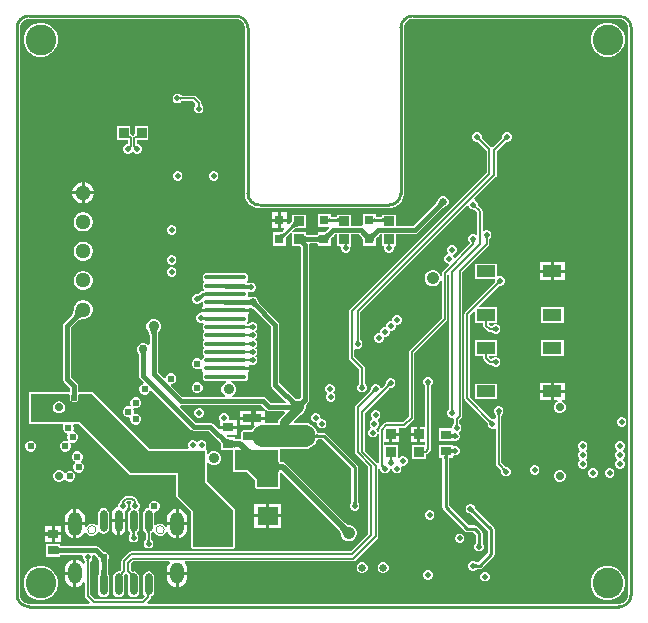
<source format=gtl>
G04*
G04 #@! TF.GenerationSoftware,Altium Limited,Altium Designer,22.0.2 (36)*
G04*
G04 Layer_Physical_Order=1*
G04 Layer_Color=255*
%FSLAX24Y24*%
%MOIN*%
G70*
G04*
G04 #@! TF.SameCoordinates,D7CE2511-F244-4390-A2D0-A891EFF9428C*
G04*
G04*
G04 #@! TF.FilePolarity,Positive*
G04*
G01*
G75*
%ADD10C,0.0100*%
%ADD12C,0.0060*%
%ADD15C,0.0002*%
%ADD16R,0.0354X0.0315*%
%ADD17O,0.0248X0.0734*%
G04:AMPARAMS|DCode=18|XSize=15.7mil|YSize=137.8mil|CornerRadius=3.9mil|HoleSize=0mil|Usage=FLASHONLY|Rotation=270.000|XOffset=0mil|YOffset=0mil|HoleType=Round|Shape=RoundedRectangle|*
%AMROUNDEDRECTD18*
21,1,0.0157,0.1299,0,0,270.0*
21,1,0.0079,0.1378,0,0,270.0*
1,1,0.0079,-0.0650,-0.0039*
1,1,0.0079,-0.0650,0.0039*
1,1,0.0079,0.0650,0.0039*
1,1,0.0079,0.0650,-0.0039*
%
%ADD18ROUNDEDRECTD18*%
%ADD19O,0.2117X0.0748*%
%ADD20R,0.0620X0.0265*%
%ADD21R,0.0315X0.0315*%
%ADD22R,0.0630X0.0394*%
%ADD37R,0.0318X0.0340*%
%ADD38R,0.0340X0.0318*%
%ADD39R,0.0680X0.0585*%
%ADD40C,0.0150*%
%ADD41C,0.0200*%
%ADD42C,0.0300*%
%ADD43O,0.0472X0.0709*%
%ADD44O,0.0472X0.0787*%
%ADD45C,0.0512*%
%ADD46C,0.1024*%
%ADD47C,0.0200*%
%ADD48C,0.0420*%
%ADD49C,0.0240*%
%ADD50C,0.0250*%
%ADD51C,0.0460*%
%ADD52C,0.0300*%
%ADD53C,0.0360*%
%ADD54C,0.0276*%
G36*
X20072Y19583D02*
X20101Y19583D01*
X20158Y19572D01*
X20211Y19550D01*
X20258Y19518D01*
X20299Y19477D01*
X20331Y19430D01*
X20353Y19376D01*
X20364Y19320D01*
X20364Y19291D01*
X20364Y394D01*
X20364Y365D01*
X20353Y309D01*
X20331Y256D01*
X20299Y208D01*
X20258Y167D01*
X20211Y135D01*
X20158Y113D01*
X20101Y102D01*
X20072D01*
X4347Y102D01*
X4328Y148D01*
X4438Y259D01*
X4458Y288D01*
X4462Y308D01*
X4468Y322D01*
X4469Y333D01*
X4469Y340D01*
X4511Y368D01*
X4552Y429D01*
X4566Y501D01*
Y987D01*
X4552Y1059D01*
X4511Y1120D01*
X4451Y1160D01*
X4379Y1175D01*
X4307Y1160D01*
X4246Y1120D01*
X4205Y1059D01*
X4191Y987D01*
Y501D01*
X4205Y429D01*
X4246Y368D01*
X4235Y315D01*
X4162Y242D01*
X2588D01*
X2442Y388D01*
Y1474D01*
X2445Y1481D01*
X2445Y1487D01*
X2446Y1490D01*
X2446Y1493D01*
X2447Y1496D01*
X2449Y1499D01*
X2451Y1503D01*
X2453Y1507D01*
X2457Y1512D01*
X2461Y1517D01*
X2467Y1523D01*
X2471Y1534D01*
X2486Y1549D01*
X2510Y1608D01*
Y1671D01*
X2505Y1683D01*
X2532Y1724D01*
X2582Y1727D01*
X2660Y1650D01*
X2662Y1645D01*
X2694Y1612D01*
X2705Y1600D01*
X2726Y1548D01*
X2736Y1538D01*
X2739Y1496D01*
X2739Y1484D01*
X2741Y1478D01*
Y1241D01*
X2739Y1236D01*
X2738Y1185D01*
X2734Y1143D01*
X2732Y1128D01*
X2729Y1114D01*
X2726Y1103D01*
X2723Y1095D01*
X2721Y1090D01*
X2717Y1084D01*
X2715Y1073D01*
X2705Y1059D01*
X2691Y987D01*
Y501D01*
X2705Y429D01*
X2746Y368D01*
X2807Y327D01*
X2879Y313D01*
X2951Y327D01*
X3011Y368D01*
X3052Y429D01*
X3066Y501D01*
Y987D01*
X3052Y1059D01*
X3043Y1073D01*
X3040Y1084D01*
X3037Y1090D01*
X3034Y1095D01*
X3032Y1103D01*
X3029Y1114D01*
X3026Y1128D01*
X3024Y1143D01*
X3019Y1209D01*
X3019Y1235D01*
X3016Y1240D01*
Y1478D01*
X3019Y1483D01*
X3019Y1518D01*
X3021Y1533D01*
X3021Y1537D01*
X3021Y1538D01*
X3031Y1548D01*
X3059Y1614D01*
Y1686D01*
X3031Y1752D01*
X2981Y1803D01*
X2915Y1830D01*
X2877D01*
X2876Y1830D01*
X2875Y1831D01*
X2848Y1855D01*
X2840Y1863D01*
X2834Y1865D01*
X2834Y1865D01*
X2831Y1870D01*
X2829Y1870D01*
X2727Y1972D01*
X2683Y2002D01*
X2630Y2012D01*
X1533D01*
X1528Y2014D01*
X1501Y2015D01*
X1480Y2017D01*
X1463Y2020D01*
X1451Y2023D01*
X1443Y2026D01*
X1441Y2027D01*
X1441Y2031D01*
X1437Y2037D01*
Y2092D01*
X963D01*
Y1657D01*
X1437D01*
Y1711D01*
X1441Y1718D01*
X1441Y1721D01*
X1443Y1723D01*
X1451Y1726D01*
X1463Y1729D01*
X1480Y1732D01*
X1501Y1734D01*
X1528Y1734D01*
X1533Y1737D01*
X2163D01*
X2196Y1687D01*
X2190Y1671D01*
Y1608D01*
X2214Y1549D01*
X2229Y1534D01*
X2233Y1523D01*
X2239Y1517D01*
X2243Y1512D01*
X2247Y1507D01*
X2249Y1503D01*
X2251Y1499D01*
X2253Y1496D01*
X2254Y1493D01*
X2254Y1490D01*
X2255Y1487D01*
X2255Y1481D01*
X2255Y1481D01*
X2246Y1450D01*
X2193Y1438D01*
X2166Y1473D01*
X2096Y1527D01*
X2014Y1561D01*
X1976Y1566D01*
Y1115D01*
Y664D01*
X2014Y669D01*
X2096Y703D01*
X2166Y757D01*
X2208Y812D01*
X2258Y795D01*
Y350D01*
X2265Y315D01*
X2285Y285D01*
X2422Y148D01*
X2403Y102D01*
X359D01*
X302Y113D01*
X249Y135D01*
X201Y167D01*
X161Y208D01*
X129Y256D01*
X107Y309D01*
X96Y365D01*
X96Y394D01*
X96Y19291D01*
Y19320D01*
X107Y19376D01*
X129Y19430D01*
X161Y19477D01*
X201Y19518D01*
X249Y19550D01*
X302Y19572D01*
X359Y19583D01*
X387Y19583D01*
X7294Y19583D01*
X7322Y19583D01*
X7379Y19572D01*
X7432Y19550D01*
X7480Y19518D01*
X7520Y19477D01*
X7552Y19430D01*
X7574Y19376D01*
X7585Y19320D01*
X7585Y19291D01*
Y13780D01*
X7586Y13777D01*
X7586Y13775D01*
X7587Y13736D01*
X7589Y13729D01*
Y13721D01*
X7604Y13645D01*
X7608Y13636D01*
X7610Y13626D01*
X7640Y13555D01*
X7645Y13547D01*
X7649Y13537D01*
X7692Y13473D01*
X7699Y13466D01*
X7705Y13458D01*
X7759Y13403D01*
X7768Y13398D01*
X7775Y13390D01*
X7839Y13348D01*
X7848Y13344D01*
X7857Y13338D01*
X7928Y13309D01*
X7938Y13307D01*
X7947Y13303D01*
X8023Y13288D01*
X8030D01*
X8038Y13286D01*
X8076Y13284D01*
X8079Y13284D01*
X8081Y13284D01*
X12395D01*
X12398Y13284D01*
X12400Y13284D01*
X12439Y13286D01*
X12446Y13288D01*
X12454D01*
X12529Y13303D01*
X12539Y13307D01*
X12549Y13309D01*
X12620Y13338D01*
X12628Y13344D01*
X12638Y13348D01*
X12702Y13390D01*
X12709Y13398D01*
X12717Y13403D01*
X12772Y13458D01*
X12777Y13466D01*
X12784Y13473D01*
X12827Y13537D01*
X12831Y13547D01*
X12837Y13555D01*
X12866Y13626D01*
X12868Y13636D01*
X12872Y13645D01*
X12887Y13721D01*
Y13729D01*
X12889Y13736D01*
X12891Y13775D01*
X12890Y13777D01*
X12891Y13780D01*
X12891Y19291D01*
Y19320D01*
X12902Y19376D01*
X12924Y19430D01*
X12956Y19477D01*
X12997Y19518D01*
X13044Y19550D01*
X13098Y19572D01*
X13154Y19583D01*
X13183Y19583D01*
X20072Y19583D01*
D02*
G37*
G36*
X1377Y2010D02*
X1382Y1997D01*
X1389Y1986D01*
X1400Y1976D01*
X1413Y1968D01*
X1430Y1961D01*
X1449Y1956D01*
X1472Y1952D01*
X1497Y1950D01*
X1526Y1949D01*
Y1799D01*
X1497Y1799D01*
X1472Y1796D01*
X1449Y1793D01*
X1430Y1787D01*
X1413Y1781D01*
X1400Y1772D01*
X1389Y1763D01*
X1382Y1751D01*
X1377Y1739D01*
X1376Y1724D01*
Y2024D01*
X1377Y2010D01*
D02*
G37*
G36*
X2804Y1807D02*
X2836Y1779D01*
X2842Y1775D01*
X2848Y1772D01*
X2853Y1770D01*
X2857Y1769D01*
X2860Y1769D01*
X2760Y1634D01*
X2759Y1635D01*
X2758Y1638D01*
X2755Y1641D01*
X2741Y1657D01*
X2708Y1690D01*
X2794Y1816D01*
X2804Y1807D01*
D02*
G37*
G36*
X2961Y1562D02*
X2959Y1558D01*
X2958Y1553D01*
X2957Y1547D01*
X2956Y1540D01*
X2955Y1521D01*
X2954Y1484D01*
X2804D01*
X2804Y1498D01*
X2801Y1547D01*
X2799Y1553D01*
X2798Y1558D01*
X2796Y1562D01*
X2795Y1564D01*
X2963D01*
X2961Y1562D01*
D02*
G37*
G36*
X2412Y1560D02*
X2406Y1552D01*
X2400Y1544D01*
X2394Y1536D01*
X2390Y1527D01*
X2386Y1519D01*
X2384Y1510D01*
X2382Y1502D01*
X2380Y1493D01*
X2380Y1484D01*
X2320D01*
X2320Y1493D01*
X2318Y1502D01*
X2316Y1510D01*
X2314Y1519D01*
X2310Y1527D01*
X2306Y1536D01*
X2300Y1544D01*
X2294Y1552D01*
X2288Y1560D01*
X2280Y1568D01*
X2420D01*
X2412Y1560D01*
D02*
G37*
G36*
X2954Y1207D02*
X2959Y1136D01*
X2962Y1116D01*
X2965Y1099D01*
X2970Y1083D01*
X2974Y1070D01*
X2980Y1058D01*
X2986Y1049D01*
X2771D01*
X2778Y1058D01*
X2783Y1070D01*
X2788Y1083D01*
X2792Y1099D01*
X2796Y1116D01*
X2799Y1136D01*
X2802Y1181D01*
X2804Y1234D01*
X2954D01*
X2954Y1207D01*
D02*
G37*
G36*
X4427Y389D02*
X4423Y389D01*
X4419Y387D01*
X4415Y384D01*
X4412Y379D01*
X4409Y373D01*
X4407Y366D01*
X4406Y357D01*
X4404Y347D01*
X4404Y336D01*
X4403Y323D01*
X4343D01*
X4343Y337D01*
X4341Y359D01*
X4340Y368D01*
X4338Y376D01*
X4335Y382D01*
X4332Y387D01*
X4328Y390D01*
X4324Y393D01*
X4320Y394D01*
X4427Y389D01*
D02*
G37*
%LPC*%
G36*
X19760Y19469D02*
X19610D01*
X19464Y19430D01*
X19334Y19355D01*
X19227Y19249D01*
X19152Y19118D01*
X19113Y18973D01*
Y18822D01*
X19152Y18677D01*
X19227Y18547D01*
X19334Y18440D01*
X19464Y18365D01*
X19610Y18326D01*
X19760D01*
X19906Y18365D01*
X20036Y18440D01*
X20143Y18547D01*
X20218Y18677D01*
X20257Y18822D01*
Y18973D01*
X20218Y19118D01*
X20143Y19249D01*
X20036Y19355D01*
X19906Y19430D01*
X19760Y19469D01*
D02*
G37*
G36*
X863D02*
X712D01*
X567Y19430D01*
X436Y19355D01*
X330Y19249D01*
X255Y19118D01*
X216Y18973D01*
Y18822D01*
X255Y18677D01*
X330Y18547D01*
X436Y18440D01*
X567Y18365D01*
X712Y18326D01*
X863D01*
X1008Y18365D01*
X1138Y18440D01*
X1245Y18547D01*
X1320Y18677D01*
X1359Y18822D01*
Y18973D01*
X1320Y19118D01*
X1245Y19249D01*
X1138Y19355D01*
X1008Y19430D01*
X863Y19469D01*
D02*
G37*
G36*
X5372Y17101D02*
X5309D01*
X5250Y17076D01*
X5205Y17031D01*
X5181Y16972D01*
Y16909D01*
X5205Y16850D01*
X5250Y16805D01*
X5309Y16781D01*
X5372D01*
X5431Y16805D01*
X5446Y16819D01*
X5457Y16824D01*
X5464Y16830D01*
X5468Y16834D01*
X5473Y16837D01*
X5477Y16840D01*
X5481Y16842D01*
X5484Y16843D01*
X5487Y16844D01*
X5490Y16845D01*
X5493Y16846D01*
X5499Y16846D01*
X5506Y16849D01*
X5855D01*
X5929Y16775D01*
X5929Y16775D01*
X5936Y16757D01*
X5932Y16708D01*
X5914Y16691D01*
X5890Y16632D01*
Y16568D01*
X5914Y16509D01*
X5959Y16464D01*
X6018Y16440D01*
X6082D01*
X6141Y16464D01*
X6186Y16509D01*
X6210Y16568D01*
Y16632D01*
X6186Y16691D01*
X6158Y16718D01*
X6154Y16727D01*
X6151Y16729D01*
X6149Y16732D01*
X6148Y16733D01*
X6147Y16734D01*
X6147Y16736D01*
X6146Y16740D01*
X6146Y16744D01*
X6146Y16751D01*
X6142Y16760D01*
Y16784D01*
X6135Y16819D01*
X6115Y16848D01*
X5958Y17006D01*
X5928Y17025D01*
X5893Y17032D01*
X5506D01*
X5499Y17036D01*
X5493Y17036D01*
X5490Y17036D01*
X5487Y17037D01*
X5484Y17038D01*
X5481Y17039D01*
X5477Y17041D01*
X5473Y17044D01*
X5468Y17047D01*
X5464Y17051D01*
X5457Y17057D01*
X5446Y17062D01*
X5431Y17076D01*
X5372Y17101D01*
D02*
G37*
G36*
X4372Y16021D02*
X3934D01*
Y15752D01*
X3930Y15750D01*
X3910Y15747D01*
X3881Y15727D01*
X3851Y15697D01*
X3827Y15722D01*
X3797Y15742D01*
X3778Y15745D01*
X3778Y15745D01*
Y16021D01*
X3341D01*
Y15560D01*
X3702D01*
X3705Y15559D01*
X3705Y15558D01*
Y15410D01*
X3668D01*
X3609Y15386D01*
X3564Y15341D01*
X3540Y15282D01*
Y15218D01*
X3564Y15159D01*
X3609Y15114D01*
X3668Y15090D01*
X3732D01*
X3791Y15114D01*
X3818Y15141D01*
X3850Y15154D01*
X3882Y15141D01*
X3909Y15114D01*
X3968Y15090D01*
X4032D01*
X4091Y15114D01*
X4136Y15159D01*
X4160Y15218D01*
Y15282D01*
X4136Y15341D01*
X4091Y15386D01*
X4032Y15410D01*
X4002D01*
Y15510D01*
X4011Y15559D01*
X4014Y15560D01*
X4372D01*
Y16021D01*
D02*
G37*
G36*
X16353Y15810D02*
X16290D01*
X16231Y15786D01*
X16186Y15741D01*
X16162Y15682D01*
Y15662D01*
X16157Y15650D01*
X16156Y15641D01*
X16156Y15635D01*
X16155Y15630D01*
X16154Y15625D01*
X16153Y15621D01*
X16151Y15617D01*
X16150Y15614D01*
X16148Y15612D01*
X16147Y15610D01*
X16143Y15605D01*
X16140Y15598D01*
X15856Y15315D01*
X15810Y15307D01*
X15791Y15317D01*
X15510Y15598D01*
X15507Y15605D01*
X15503Y15610D01*
X15501Y15612D01*
X15500Y15614D01*
X15498Y15617D01*
X15497Y15621D01*
X15496Y15625D01*
X15494Y15630D01*
X15494Y15635D01*
X15493Y15641D01*
X15493Y15650D01*
X15488Y15662D01*
Y15682D01*
X15464Y15741D01*
X15419Y15786D01*
X15360Y15810D01*
X15296D01*
X15237Y15786D01*
X15192Y15741D01*
X15168Y15682D01*
Y15618D01*
X15192Y15559D01*
X15237Y15514D01*
X15296Y15490D01*
X15316D01*
X15328Y15485D01*
X15337Y15485D01*
X15343Y15484D01*
X15348Y15484D01*
X15353Y15483D01*
X15357Y15481D01*
X15361Y15480D01*
X15364Y15478D01*
X15366Y15477D01*
X15368Y15475D01*
X15373Y15471D01*
X15380Y15468D01*
X15646Y15203D01*
Y14475D01*
X11085Y9915D01*
X11065Y9885D01*
X11058Y9850D01*
Y8300D01*
X11065Y8265D01*
X11085Y8235D01*
X11408Y7912D01*
Y7465D01*
X11405Y7458D01*
X11405Y7452D01*
X11404Y7449D01*
X11404Y7446D01*
X11403Y7443D01*
X11401Y7440D01*
X11399Y7436D01*
X11397Y7432D01*
X11393Y7428D01*
X11389Y7423D01*
X11383Y7416D01*
X11379Y7405D01*
X11364Y7391D01*
X11340Y7332D01*
Y7268D01*
X11364Y7209D01*
X11409Y7164D01*
X11468Y7140D01*
X11532D01*
X11591Y7164D01*
X11636Y7209D01*
X11660Y7268D01*
Y7332D01*
X11636Y7391D01*
X11621Y7405D01*
X11617Y7416D01*
X11611Y7423D01*
X11607Y7428D01*
X11603Y7432D01*
X11601Y7436D01*
X11599Y7440D01*
X11597Y7443D01*
X11596Y7446D01*
X11596Y7449D01*
X11595Y7452D01*
X11595Y7458D01*
X11592Y7465D01*
Y7950D01*
X11585Y7985D01*
X11565Y8015D01*
X11242Y8338D01*
Y8568D01*
X11292Y8601D01*
X11318Y8590D01*
X11382D01*
X11441Y8614D01*
X11486Y8659D01*
X11510Y8718D01*
Y8782D01*
X11486Y8841D01*
X11471Y8855D01*
X11467Y8866D01*
X11461Y8873D01*
X11457Y8878D01*
X11453Y8882D01*
X11451Y8886D01*
X11449Y8890D01*
X11447Y8893D01*
X11446Y8896D01*
X11446Y8899D01*
X11445Y8902D01*
X11445Y8908D01*
X11442Y8915D01*
Y9812D01*
X14994Y13364D01*
X15048Y13348D01*
X15064Y13309D01*
X15109Y13264D01*
X15168Y13240D01*
X15188D01*
X15200Y13235D01*
X15209Y13235D01*
X15215Y13234D01*
X15220Y13234D01*
X15225Y13233D01*
X15229Y13231D01*
X15233Y13230D01*
X15236Y13228D01*
X15238Y13227D01*
X15240Y13225D01*
X15245Y13221D01*
X15252Y13218D01*
X15332Y13138D01*
Y12410D01*
X15282Y12389D01*
X15232Y12410D01*
X15168D01*
X15109Y12386D01*
X15064Y12341D01*
X15040Y12282D01*
Y12218D01*
X15064Y12159D01*
X15079Y12145D01*
X15083Y12134D01*
X15089Y12127D01*
X15093Y12122D01*
X15097Y12118D01*
X15099Y12114D01*
X15101Y12112D01*
X14606Y11617D01*
X14557Y11639D01*
X14536Y11691D01*
X14535Y11691D01*
X14534Y11700D01*
X14550Y11747D01*
X14591Y11764D01*
X14636Y11809D01*
X14660Y11868D01*
Y11932D01*
X14636Y11991D01*
X14591Y12036D01*
X14532Y12060D01*
X14468D01*
X14409Y12036D01*
X14364Y11991D01*
X14340Y11932D01*
Y11868D01*
X14364Y11809D01*
X14365Y11809D01*
X14366Y11800D01*
X14350Y11753D01*
X14309Y11736D01*
X14264Y11691D01*
X14240Y11632D01*
Y11568D01*
X14264Y11509D01*
X14309Y11464D01*
X14361Y11443D01*
X14383Y11394D01*
X14185Y11196D01*
X14165Y11166D01*
X14158Y11131D01*
Y11036D01*
X14108Y11029D01*
X14102Y11054D01*
X14066Y11116D01*
X14016Y11166D01*
X13954Y11202D01*
X13886Y11220D01*
X13814D01*
X13746Y11202D01*
X13684Y11166D01*
X13634Y11116D01*
X13598Y11054D01*
X13580Y10986D01*
Y10914D01*
X13598Y10846D01*
X13634Y10784D01*
X13684Y10734D01*
X13746Y10698D01*
X13814Y10680D01*
X13886D01*
X13954Y10698D01*
X14016Y10734D01*
X14066Y10784D01*
X14102Y10846D01*
X14108Y10871D01*
X14158Y10864D01*
Y9638D01*
X13085Y8565D01*
X13065Y8535D01*
X13058Y8500D01*
Y6338D01*
X12862Y6142D01*
X12300D01*
X12265Y6135D01*
X12235Y6115D01*
X12085Y5965D01*
X12065Y5935D01*
X12058Y5900D01*
Y5836D01*
X12010Y5832D01*
X11986Y5891D01*
X11976Y5900D01*
X11986Y5949D01*
X12000Y5955D01*
X12045Y6000D01*
X12069Y6059D01*
Y6122D01*
X12045Y6181D01*
X12023Y6203D01*
X12035Y6262D01*
X12041Y6264D01*
X12086Y6309D01*
X12110Y6368D01*
Y6432D01*
X12086Y6491D01*
X12041Y6536D01*
X11982Y6560D01*
X11918D01*
X11859Y6536D01*
X11814Y6491D01*
X11790Y6432D01*
Y6368D01*
X11814Y6309D01*
X11836Y6288D01*
X11825Y6229D01*
X11819Y6226D01*
X11774Y6181D01*
X11749Y6122D01*
Y6059D01*
X11774Y6000D01*
X11783Y5991D01*
X11773Y5941D01*
X11759Y5936D01*
X11714Y5891D01*
X11690Y5832D01*
Y5768D01*
X11714Y5709D01*
X11759Y5664D01*
X11818Y5640D01*
X11882D01*
X11941Y5664D01*
X11986Y5709D01*
X12010Y5768D01*
X12058Y5764D01*
Y4790D01*
X12035Y4777D01*
X12008Y4772D01*
X11592Y5188D01*
Y6462D01*
X12398Y7268D01*
X12405Y7271D01*
X12410Y7275D01*
X12412Y7277D01*
X12414Y7278D01*
X12417Y7280D01*
X12421Y7281D01*
X12425Y7283D01*
X12430Y7284D01*
X12435Y7284D01*
X12441Y7285D01*
X12450Y7285D01*
X12462Y7290D01*
X12482D01*
X12541Y7314D01*
X12586Y7359D01*
X12610Y7418D01*
Y7482D01*
X12586Y7541D01*
X12541Y7586D01*
X12482Y7610D01*
X12418D01*
X12359Y7586D01*
X12314Y7541D01*
X12290Y7482D01*
Y7462D01*
X12285Y7450D01*
X12285Y7441D01*
X12284Y7435D01*
X12284Y7430D01*
X12283Y7425D01*
X12281Y7421D01*
X12280Y7417D01*
X12278Y7414D01*
X12277Y7412D01*
X12275Y7410D01*
X12271Y7405D01*
X12268Y7398D01*
X12156Y7286D01*
X12102Y7302D01*
X12086Y7341D01*
X12041Y7386D01*
X11982Y7410D01*
X11918D01*
X11859Y7386D01*
X11814Y7341D01*
X11790Y7282D01*
Y7262D01*
X11785Y7250D01*
X11785Y7241D01*
X11784Y7235D01*
X11784Y7230D01*
X11783Y7225D01*
X11781Y7221D01*
X11780Y7217D01*
X11778Y7214D01*
X11777Y7212D01*
X11775Y7210D01*
X11771Y7205D01*
X11768Y7198D01*
X11285Y6715D01*
X11265Y6685D01*
X11258Y6650D01*
Y5150D01*
X11265Y5115D01*
X11285Y5085D01*
X11708Y4662D01*
Y2438D01*
X11112Y1842D01*
X3804Y1842D01*
X3769Y1835D01*
X3739Y1815D01*
X3503Y1578D01*
X3483Y1548D01*
X3476Y1513D01*
Y1216D01*
X3446Y1186D01*
X3438Y1183D01*
X3429Y1175D01*
X3423Y1169D01*
X3419Y1167D01*
X3409Y1170D01*
X3406Y1169D01*
X3379Y1175D01*
X3307Y1160D01*
X3246Y1120D01*
X3205Y1059D01*
X3191Y987D01*
Y501D01*
X3205Y429D01*
X3246Y368D01*
X3307Y327D01*
X3379Y313D01*
X3451Y327D01*
X3511Y368D01*
X3552Y429D01*
X3566Y501D01*
Y987D01*
X3560Y1021D01*
X3561Y1023D01*
X3558Y1030D01*
X3557Y1032D01*
X3565Y1041D01*
X3573Y1050D01*
X3576Y1057D01*
X3632Y1114D01*
X3635Y1114D01*
X3685Y1064D01*
X3687Y1058D01*
X3700Y1035D01*
X3700Y1034D01*
X3691Y987D01*
Y501D01*
X3705Y429D01*
X3746Y368D01*
X3807Y327D01*
X3879Y313D01*
X3951Y327D01*
X4011Y368D01*
X4052Y429D01*
X4066Y501D01*
Y987D01*
X4052Y1059D01*
X4011Y1120D01*
X3951Y1160D01*
X3879Y1175D01*
X3862Y1171D01*
X3861Y1171D01*
X3860Y1171D01*
X3847Y1168D01*
X3835Y1179D01*
X3826Y1187D01*
X3819Y1189D01*
X3784Y1225D01*
Y1425D01*
X3867Y1508D01*
X5061D01*
X5080Y1458D01*
X5038Y1403D01*
X5004Y1321D01*
X4992Y1233D01*
Y1165D01*
X5331D01*
X5671D01*
Y1233D01*
X5659Y1321D01*
X5625Y1403D01*
X5583Y1458D01*
X5602Y1508D01*
X11200Y1508D01*
X11235Y1515D01*
X11265Y1535D01*
X12015Y2285D01*
X12035Y2315D01*
X12042Y2350D01*
Y4577D01*
X12079Y4601D01*
X12096Y4595D01*
X12101Y4592D01*
Y4568D01*
X12126Y4509D01*
X12171Y4464D01*
X12230Y4440D01*
X12293D01*
X12352Y4464D01*
X12397Y4509D01*
X12421Y4568D01*
Y4594D01*
X12422Y4596D01*
X12454Y4613D01*
X12490Y4592D01*
Y4568D01*
X12514Y4509D01*
X12559Y4464D01*
X12618Y4440D01*
X12682D01*
X12741Y4464D01*
X12786Y4509D01*
X12810Y4568D01*
Y4632D01*
X12805Y4644D01*
X12807Y4651D01*
X12840Y4690D01*
X12884D01*
X12943Y4714D01*
X12988Y4759D01*
X13012Y4818D01*
Y4882D01*
X12988Y4941D01*
X12943Y4986D01*
X12884Y5010D01*
X12820D01*
X12761Y4986D01*
X12738Y4963D01*
X12688Y4983D01*
Y5372D01*
X12242D01*
Y5488D01*
X12408D01*
Y5747D01*
X12458D01*
Y5797D01*
X12728D01*
Y5958D01*
X12900D01*
X12935Y5965D01*
X12965Y5985D01*
X13215Y6235D01*
X13235Y6265D01*
X13242Y6300D01*
Y8462D01*
X14315Y9535D01*
X14335Y9565D01*
X14342Y9600D01*
Y11062D01*
X14358Y11074D01*
X14408Y11048D01*
Y6615D01*
X14405Y6608D01*
X14405Y6602D01*
X14404Y6599D01*
X14404Y6596D01*
X14403Y6593D01*
X14401Y6590D01*
X14399Y6586D01*
X14397Y6582D01*
X14393Y6578D01*
X14389Y6573D01*
X14383Y6566D01*
X14379Y6555D01*
X14364Y6541D01*
X14340Y6482D01*
Y6418D01*
X14364Y6359D01*
X14409Y6314D01*
X14468Y6290D01*
X14511D01*
X14540Y6277D01*
X14558Y6247D01*
Y6115D01*
X14555Y6108D01*
X14555Y6102D01*
X14554Y6099D01*
X14554Y6096D01*
X14553Y6093D01*
X14551Y6090D01*
X14549Y6086D01*
X14547Y6082D01*
X14543Y6078D01*
X14539Y6073D01*
X14533Y6066D01*
X14529Y6055D01*
X14514Y6041D01*
X14490Y5982D01*
Y5943D01*
X14050D01*
Y5508D01*
X14525D01*
Y5508D01*
X14557Y5530D01*
X14568Y5525D01*
X14632D01*
X14691Y5549D01*
X14736Y5594D01*
X14760Y5653D01*
Y5717D01*
X14742Y5761D01*
X14741Y5814D01*
X14786Y5859D01*
X14810Y5918D01*
Y5982D01*
X14786Y6041D01*
X14771Y6055D01*
X14767Y6066D01*
X14761Y6073D01*
X14757Y6078D01*
X14753Y6082D01*
X14751Y6086D01*
X14749Y6090D01*
X14747Y6093D01*
X14746Y6096D01*
X14746Y6099D01*
X14745Y6102D01*
X14745Y6108D01*
X14742Y6115D01*
Y6231D01*
X14815Y6304D01*
X14835Y6334D01*
X14842Y6369D01*
Y11162D01*
X15715Y12035D01*
X15735Y12065D01*
X15742Y12100D01*
Y12235D01*
X15745Y12242D01*
X15745Y12248D01*
X15746Y12251D01*
X15746Y12254D01*
X15747Y12257D01*
X15749Y12260D01*
X15751Y12264D01*
X15753Y12268D01*
X15757Y12272D01*
X15761Y12277D01*
X15767Y12284D01*
X15771Y12295D01*
X15786Y12309D01*
X15810Y12368D01*
Y12432D01*
X15786Y12491D01*
X15741Y12536D01*
X15682Y12560D01*
X15618D01*
X15565Y12538D01*
X15515Y12557D01*
Y13176D01*
X15508Y13212D01*
X15488Y13241D01*
X15382Y13348D01*
X15379Y13355D01*
X15375Y13360D01*
X15373Y13362D01*
X15372Y13364D01*
X15370Y13367D01*
X15369Y13371D01*
X15367Y13375D01*
X15366Y13380D01*
X15366Y13385D01*
X15365Y13391D01*
X15365Y13400D01*
X15360Y13412D01*
Y13432D01*
X15336Y13491D01*
X15291Y13536D01*
X15252Y13552D01*
X15236Y13606D01*
X15965Y14335D01*
X15985Y14365D01*
X15992Y14400D01*
Y15190D01*
X16270Y15468D01*
X16277Y15471D01*
X16281Y15475D01*
X16283Y15477D01*
X16286Y15478D01*
X16289Y15480D01*
X16292Y15481D01*
X16296Y15483D01*
X16301Y15484D01*
X16307Y15484D01*
X16313Y15485D01*
X16322Y15485D01*
X16333Y15490D01*
X16353D01*
X16412Y15514D01*
X16457Y15559D01*
X16482Y15618D01*
Y15682D01*
X16457Y15741D01*
X16412Y15786D01*
X16353Y15810D01*
D02*
G37*
G36*
X6582Y14510D02*
X6518D01*
X6459Y14486D01*
X6414Y14441D01*
X6390Y14382D01*
Y14318D01*
X6414Y14259D01*
X6459Y14214D01*
X6518Y14190D01*
X6582D01*
X6641Y14214D01*
X6686Y14259D01*
X6710Y14318D01*
Y14382D01*
X6686Y14441D01*
X6641Y14486D01*
X6582Y14510D01*
D02*
G37*
G36*
X5382D02*
X5318D01*
X5259Y14486D01*
X5214Y14441D01*
X5190Y14382D01*
Y14318D01*
X5214Y14259D01*
X5259Y14214D01*
X5318Y14190D01*
X5382D01*
X5441Y14214D01*
X5486Y14259D01*
X5510Y14318D01*
Y14382D01*
X5486Y14441D01*
X5441Y14486D01*
X5382Y14510D01*
D02*
G37*
G36*
X2250Y14155D02*
Y13850D01*
X2555D01*
X2532Y13937D01*
X2485Y14019D01*
X2419Y14085D01*
X2337Y14132D01*
X2250Y14155D01*
D02*
G37*
G36*
X2150D02*
X2063Y14132D01*
X1981Y14085D01*
X1915Y14019D01*
X1868Y13937D01*
X1845Y13850D01*
X2150D01*
Y14155D01*
D02*
G37*
G36*
X2555Y13750D02*
X2250D01*
Y13445D01*
X2337Y13468D01*
X2419Y13515D01*
X2485Y13581D01*
X2532Y13663D01*
X2555Y13750D01*
D02*
G37*
G36*
X2150D02*
X1845D01*
X1868Y13663D01*
X1915Y13581D01*
X1981Y13515D01*
X2063Y13468D01*
X2150Y13445D01*
Y13750D01*
D02*
G37*
G36*
X8996Y13142D02*
X8789D01*
Y12935D01*
X8996D01*
Y13142D01*
D02*
G37*
G36*
X8689D02*
X8481D01*
Y12935D01*
X8689D01*
Y13142D01*
D02*
G37*
G36*
X14237Y13685D02*
X14163D01*
X14095Y13657D01*
X14043Y13605D01*
X14015Y13537D01*
Y13519D01*
X14015Y13519D01*
X14013Y13516D01*
X14013Y13515D01*
X14011Y13513D01*
X13985Y13483D01*
X13977Y13475D01*
X13975Y13469D01*
X13193Y12688D01*
X12621D01*
Y13065D01*
X12160D01*
Y13003D01*
X12159Y13003D01*
X12149Y13001D01*
X12137Y13000D01*
X12120Y13000D01*
X12114Y12997D01*
X12003D01*
X11997Y13000D01*
X11979Y13000D01*
X11967Y13001D01*
X11957Y13003D01*
X11956Y13003D01*
Y13103D01*
X11521D01*
Y12717D01*
X11520Y12716D01*
X11471Y12680D01*
X11448Y12685D01*
X11121D01*
Y13065D01*
X10660D01*
Y13003D01*
X10659Y13003D01*
X10649Y13001D01*
X10637Y13000D01*
X10620Y13000D01*
X10614Y12997D01*
X10501D01*
X10495Y13000D01*
X10477Y13000D01*
X10465Y13001D01*
X10455Y13003D01*
X10454Y13003D01*
Y13103D01*
X10019D01*
Y12667D01*
X10386D01*
X10406Y12617D01*
X10356Y12567D01*
X10351Y12565D01*
X10293Y12511D01*
X10270Y12493D01*
X10249Y12478D01*
X10239Y12472D01*
X10189D01*
X10183Y12475D01*
X10178Y12473D01*
X10172Y12474D01*
X10170Y12472D01*
X10021D01*
Y12415D01*
X10019Y12411D01*
X10018Y12407D01*
X10016Y12406D01*
X10008Y12403D01*
X9996Y12400D01*
X9979Y12397D01*
X9957Y12395D01*
X9931Y12394D01*
X9925Y12392D01*
X9716D01*
X9711Y12394D01*
X9684Y12395D01*
X9663Y12397D01*
X9646Y12400D01*
X9633Y12403D01*
X9625Y12406D01*
X9623Y12407D01*
X9623Y12411D01*
X9621Y12415D01*
Y12472D01*
X9199Y12472D01*
X9199D01*
X9199D01*
X9187Y12472D01*
X9179Y12492D01*
X9166Y12522D01*
X9209Y12565D01*
X9212Y12566D01*
X9215Y12569D01*
X9219Y12571D01*
X9261Y12610D01*
X9276Y12622D01*
X9281Y12626D01*
X9282D01*
X9282Y12626D01*
X9293Y12628D01*
X9295D01*
X9296Y12627D01*
X9301Y12628D01*
X9306Y12625D01*
X9318Y12628D01*
X9621D01*
Y13065D01*
X9160D01*
Y12899D01*
X9160Y12898D01*
X9160Y12892D01*
Y12868D01*
X9160Y12867D01*
X9160Y12862D01*
X9160Y12861D01*
X9157Y12854D01*
X9151Y12843D01*
X9143Y12830D01*
X9092Y12769D01*
X9069Y12746D01*
X9046Y12736D01*
X8996Y12766D01*
Y12835D01*
X8789D01*
Y12628D01*
X8889D01*
X8908Y12581D01*
X8859Y12532D01*
X8853Y12530D01*
X8815Y12494D01*
X8800Y12483D01*
X8788Y12474D01*
X8785Y12472D01*
X8762D01*
X8755Y12475D01*
X8750Y12473D01*
X8745Y12474D01*
X8742Y12472D01*
X8523D01*
Y12038D01*
X8958D01*
Y12257D01*
X8960Y12260D01*
X8959Y12265D01*
X8961Y12270D01*
X8958Y12276D01*
Y12300D01*
X8960Y12302D01*
X8968Y12314D01*
X8996Y12347D01*
X9014Y12366D01*
X9017Y12373D01*
X9110Y12466D01*
X9160Y12446D01*
X9160Y12433D01*
X9160Y12433D01*
X9160Y12433D01*
Y12035D01*
X9415D01*
X9462Y11987D01*
Y6962D01*
X9456Y6957D01*
X9445Y6950D01*
X9433Y6943D01*
X9421Y6937D01*
X9409Y6933D01*
X9396Y6929D01*
X9382Y6927D01*
X9368Y6925D01*
X9350Y6925D01*
X9350Y6925D01*
X9350Y6925D01*
X9332Y6925D01*
X9318Y6927D01*
X9304Y6929D01*
X9291Y6933D01*
X9279Y6937D01*
X9267Y6943D01*
X9255Y6950D01*
X9244Y6957D01*
X9232Y6966D01*
X9219Y6978D01*
X9214Y6980D01*
X8738Y7457D01*
Y9400D01*
X8727Y9453D01*
X8697Y9497D01*
X8075Y10119D01*
X8073Y10125D01*
X8064Y10134D01*
X8049Y10150D01*
X8040Y10162D01*
X8037Y10165D01*
X8037Y10166D01*
X8035Y10169D01*
X8035Y10169D01*
Y10187D01*
X8007Y10255D01*
X7955Y10307D01*
X7887Y10335D01*
X7813D01*
X7745Y10307D01*
X7716Y10309D01*
X7707Y10318D01*
X7683Y10358D01*
X7688Y10383D01*
Y10456D01*
X7703Y10472D01*
X7734Y10491D01*
X7759Y10481D01*
X7822D01*
X7881Y10505D01*
X7926Y10550D01*
X7951Y10609D01*
Y10672D01*
X7926Y10731D01*
X7881Y10776D01*
X7822Y10801D01*
X7759D01*
X7728Y10788D01*
X7726Y10788D01*
X7719Y10788D01*
X7719Y10788D01*
X7719D01*
X7718Y10788D01*
X7716Y10788D01*
X7716Y10787D01*
X7715Y10787D01*
X7701Y10786D01*
X7695Y10787D01*
X7688Y10789D01*
X7682Y10791D01*
X7678Y10793D01*
X7675Y10795D01*
X7672Y10797D01*
X7670Y10799D01*
X7666Y10805D01*
X7665Y10805D01*
X7664Y10807D01*
X7657Y10838D01*
X7659Y10863D01*
X7681Y10896D01*
X7688Y10935D01*
Y11013D01*
X7681Y11052D01*
X7659Y11085D01*
X7626Y11107D01*
X7587Y11115D01*
X6288D01*
X6249Y11107D01*
X6216Y11085D01*
X6194Y11052D01*
X6186Y11013D01*
Y10935D01*
X6194Y10896D01*
X6216Y10863D01*
Y10809D01*
X6194Y10777D01*
X6186Y10738D01*
Y10659D01*
X6194Y10620D01*
X6216Y10587D01*
Y10542D01*
X6209Y10532D01*
X6198Y10531D01*
X6187Y10531D01*
X6174Y10525D01*
X6145Y10520D01*
X6108Y10495D01*
X6108Y10495D01*
X6050Y10437D01*
X6047Y10437D01*
X6044Y10432D01*
X6039Y10430D01*
X6033Y10424D01*
X6028Y10420D01*
X6023Y10416D01*
X6020Y10414D01*
X6018Y10413D01*
X6018Y10413D01*
X6017Y10413D01*
X6015Y10412D01*
X6014Y10412D01*
X6014Y10411D01*
X6013Y10411D01*
X6013Y10410D01*
X6011Y10410D01*
X5968D01*
X5909Y10386D01*
X5864Y10341D01*
X5840Y10282D01*
Y10218D01*
X5864Y10159D01*
X5909Y10114D01*
X5968Y10090D01*
X6032D01*
X6091Y10114D01*
X6136Y10159D01*
X6136Y10161D01*
X6186Y10151D01*
Y10108D01*
X6194Y10069D01*
X6187Y10012D01*
X6157Y9965D01*
X6148Y9922D01*
X6152D01*
X6153Y9927D01*
X6170Y9927D01*
X6173Y9927D01*
X6174Y9948D01*
X6178Y9944D01*
X6183Y9941D01*
X6189Y9937D01*
X6195Y9935D01*
X6202Y9932D01*
X6210Y9930D01*
X6212Y9930D01*
X6215Y9930D01*
X6228Y9932D01*
X6250Y9937D01*
X6259Y9940D01*
X6266Y9943D01*
X6273Y9947D01*
Y9922D01*
X6937D01*
X7727D01*
X7721Y9952D01*
X7755Y9983D01*
X7761Y9987D01*
X7813Y9965D01*
X7831D01*
X7831Y9965D01*
X7834Y9963D01*
X7835Y9963D01*
X7837Y9961D01*
X7867Y9935D01*
X7875Y9927D01*
X7881Y9925D01*
X8462Y9343D01*
Y7400D01*
X8473Y7347D01*
X8503Y7303D01*
X8971Y6834D01*
X8952Y6788D01*
X8457D01*
X8297Y6947D01*
X8253Y6977D01*
X8200Y6988D01*
X7174D01*
X7164Y7038D01*
X7186Y7047D01*
X7253Y7114D01*
X7290Y7202D01*
Y7298D01*
X7253Y7386D01*
X7186Y7453D01*
X7131Y7476D01*
X7141Y7526D01*
X7587D01*
X7626Y7534D01*
X7659Y7556D01*
X7681Y7589D01*
X7688Y7628D01*
Y7706D01*
X7681Y7745D01*
X7687Y7803D01*
X7718Y7849D01*
X7727Y7893D01*
X6937D01*
Y7993D01*
X7727D01*
X7721Y8024D01*
X7733Y8058D01*
X7749Y8080D01*
X7759Y8082D01*
X7818Y8058D01*
X7882D01*
X7941Y8082D01*
X7986Y8127D01*
X8010Y8186D01*
Y8250D01*
X7986Y8309D01*
X7971Y8323D01*
X7943Y8356D01*
X7971Y8389D01*
X7986Y8403D01*
X8010Y8462D01*
Y8526D01*
X7986Y8584D01*
X7971Y8599D01*
X7943Y8632D01*
X7971Y8664D01*
X7986Y8679D01*
X8010Y8737D01*
Y8801D01*
X7986Y8860D01*
X7971Y8874D01*
X7943Y8907D01*
X7971Y8940D01*
X7986Y8954D01*
X8010Y9013D01*
Y9077D01*
X7986Y9136D01*
X7971Y9150D01*
X7943Y9183D01*
X7971Y9215D01*
X7986Y9230D01*
X8010Y9289D01*
Y9352D01*
X7986Y9411D01*
X7941Y9456D01*
X7882Y9480D01*
X7818D01*
X7759Y9456D01*
X7745Y9442D01*
X7734Y9437D01*
X7727Y9431D01*
X7722Y9427D01*
X7718Y9424D01*
X7714Y9421D01*
X7713Y9421D01*
X7664Y9426D01*
X7662Y9427D01*
X7659Y9431D01*
Y9485D01*
X7681Y9518D01*
X7688Y9557D01*
Y9635D01*
X7681Y9674D01*
X7687Y9732D01*
X7718Y9778D01*
X7727Y9822D01*
X6937D01*
X6273D01*
Y9796D01*
X6263Y9802D01*
X6253Y9807D01*
X6243Y9812D01*
X6231Y9816D01*
X6219Y9819D01*
X6209Y9822D01*
X6193D01*
X6188Y9820D01*
X6182Y9818D01*
X6176Y9815D01*
X6171Y9812D01*
X6167Y9809D01*
X6167Y9822D01*
X6137D01*
X6104Y9783D01*
X6092D01*
X6033Y9759D01*
X5988Y9714D01*
X5963Y9655D01*
Y9592D01*
X5988Y9533D01*
X6033Y9488D01*
X6092Y9463D01*
X6155D01*
X6169Y9469D01*
X6216Y9435D01*
Y9431D01*
X6194Y9399D01*
X6186Y9360D01*
Y9281D01*
X6194Y9242D01*
X6216Y9209D01*
Y9156D01*
X6194Y9123D01*
X6186Y9084D01*
Y9006D01*
X6194Y8967D01*
X6216Y8934D01*
Y8880D01*
X6194Y8847D01*
X6186Y8809D01*
Y8730D01*
X6194Y8691D01*
X6216Y8658D01*
Y8605D01*
X6194Y8572D01*
X6186Y8533D01*
Y8454D01*
X6194Y8416D01*
X6216Y8383D01*
Y8329D01*
X6194Y8296D01*
X6186Y8257D01*
Y8239D01*
X6136Y8218D01*
X6102Y8253D01*
X6036Y8280D01*
X5964D01*
X5898Y8253D01*
X5847Y8202D01*
X5820Y8136D01*
Y8064D01*
X5847Y7998D01*
X5898Y7947D01*
X5964Y7920D01*
X6036D01*
X6096Y7945D01*
X6123Y7934D01*
X6146Y7920D01*
Y7903D01*
X6157Y7849D01*
X6187Y7803D01*
X6194Y7745D01*
X6186Y7706D01*
Y7628D01*
X6194Y7589D01*
X6216Y7556D01*
X6249Y7534D01*
X6288Y7526D01*
X6959D01*
X6969Y7476D01*
X6914Y7453D01*
X6847Y7386D01*
X6810Y7298D01*
Y7202D01*
X6847Y7114D01*
X6914Y7047D01*
X6936Y7038D01*
X6926Y6988D01*
X5507D01*
X5125Y7370D01*
X5145Y7420D01*
X5164D01*
X5230Y7447D01*
X5281Y7498D01*
X5308Y7564D01*
Y7636D01*
X5281Y7702D01*
X5230Y7753D01*
X5164Y7780D01*
X5092D01*
X5026Y7753D01*
X4975Y7702D01*
X4948Y7636D01*
Y7617D01*
X4898Y7597D01*
X4688Y7807D01*
Y9071D01*
X4690Y9077D01*
X4690Y9093D01*
X4692Y9106D01*
X4693Y9118D01*
X4696Y9129D01*
X4699Y9139D01*
X4703Y9148D01*
X4707Y9155D01*
X4711Y9163D01*
X4716Y9169D01*
X4724Y9177D01*
X4728Y9188D01*
X4753Y9214D01*
X4790Y9302D01*
Y9398D01*
X4753Y9486D01*
X4686Y9553D01*
X4598Y9590D01*
X4502D01*
X4414Y9553D01*
X4347Y9486D01*
X4310Y9398D01*
Y9302D01*
X4347Y9214D01*
X4372Y9188D01*
X4376Y9177D01*
X4384Y9169D01*
X4389Y9163D01*
X4393Y9155D01*
X4397Y9148D01*
X4401Y9139D01*
X4404Y9129D01*
X4407Y9118D01*
X4408Y9106D01*
X4410Y9093D01*
X4410Y9077D01*
X4412Y9071D01*
Y8741D01*
X4362Y8721D01*
X4319Y8764D01*
X4242Y8796D01*
X4158D01*
X4081Y8764D01*
X4022Y8705D01*
X3990Y8628D01*
Y8544D01*
X4022Y8467D01*
X4043Y8446D01*
X4046Y8436D01*
X4049Y8433D01*
X4050Y8432D01*
X4051Y8429D01*
X4053Y8425D01*
X4055Y8419D01*
X4056Y8412D01*
X4058Y8403D01*
X4060Y8379D01*
X4060Y8365D01*
X4062Y8360D01*
Y7700D01*
X4073Y7647D01*
X4103Y7603D01*
X4229Y7476D01*
X4207Y7427D01*
X4148Y7403D01*
X4097Y7352D01*
X4070Y7286D01*
Y7214D01*
X4097Y7148D01*
X4148Y7097D01*
X4214Y7070D01*
X4286D01*
X4352Y7097D01*
X4403Y7148D01*
X4427Y7207D01*
X4476Y7229D01*
X5803Y5903D01*
X5847Y5873D01*
X5900Y5862D01*
X6385D01*
X6706Y5542D01*
X6708Y5536D01*
X6761Y5479D01*
X6780Y5456D01*
X6794Y5436D01*
X6800Y5424D01*
Y5378D01*
X6796Y5369D01*
X6799Y5364D01*
X6797Y5358D01*
X6800Y5354D01*
Y5207D01*
X7185D01*
Y4550D01*
X7204Y4504D01*
X7250Y4485D01*
X7673D01*
X7935Y4223D01*
Y3988D01*
X7944Y3966D01*
X7950Y3949D01*
Y3925D01*
X7992D01*
X7996Y3923D01*
X8044Y3920D01*
X8047Y3920D01*
X8049Y3919D01*
X8691D01*
X8703Y3925D01*
X8750D01*
Y3971D01*
X8756Y3984D01*
Y4443D01*
X8789Y4473D01*
X8796Y4474D01*
X10711Y2558D01*
X10713Y2554D01*
X10727Y2539D01*
X10739Y2526D01*
X10749Y2513D01*
X10757Y2501D01*
X10763Y2491D01*
X10768Y2481D01*
X10771Y2472D01*
X10774Y2465D01*
X10775Y2458D01*
X10775Y2449D01*
X10780Y2439D01*
Y2414D01*
X10798Y2346D01*
X10834Y2284D01*
X10884Y2234D01*
X10946Y2198D01*
X11014Y2180D01*
X11086D01*
X11154Y2198D01*
X11216Y2234D01*
X11266Y2284D01*
X11302Y2346D01*
X11320Y2414D01*
Y2486D01*
X11302Y2554D01*
X11266Y2616D01*
X11216Y2666D01*
X11154Y2702D01*
X11086Y2720D01*
X11061D01*
X11051Y2725D01*
X11042Y2725D01*
X11035Y2726D01*
X11028Y2729D01*
X11019Y2732D01*
X11009Y2737D01*
X10999Y2743D01*
X10988Y2751D01*
X10960Y2773D01*
X10946Y2787D01*
X10942Y2789D01*
X8965Y4765D01*
X8912Y4801D01*
X8850Y4813D01*
X8791D01*
X8782Y4828D01*
X8756Y4855D01*
Y5231D01*
X8767Y5248D01*
X9270D01*
X9271Y5248D01*
X9272Y5248D01*
X9289Y5249D01*
X9291Y5249D01*
X9292Y5249D01*
X9302Y5249D01*
X9590D01*
X9703Y5264D01*
X9809Y5308D01*
X9899Y5378D01*
X9969Y5468D01*
X10010Y5568D01*
X10015Y5569D01*
X10027Y5571D01*
X10042Y5572D01*
X10061Y5572D01*
X10067Y5575D01*
X10166D01*
X11138Y4604D01*
Y3505D01*
X11135Y3499D01*
X11134Y3481D01*
X11134Y3475D01*
X11133Y3470D01*
X11132Y3467D01*
X11132Y3465D01*
X11131Y3465D01*
X11131Y3464D01*
X11130Y3462D01*
X11130Y3461D01*
X11130Y3461D01*
X11130Y3460D01*
X11129Y3458D01*
X11128Y3454D01*
X11114Y3441D01*
X11090Y3382D01*
Y3318D01*
X11114Y3259D01*
X11159Y3214D01*
X11218Y3190D01*
X11282D01*
X11341Y3214D01*
X11386Y3259D01*
X11410Y3318D01*
Y3382D01*
X11386Y3441D01*
X11372Y3454D01*
X11371Y3458D01*
X11370Y3460D01*
X11370Y3461D01*
X11370Y3461D01*
X11370Y3462D01*
X11369Y3464D01*
X11369Y3465D01*
X11368Y3465D01*
X11368Y3467D01*
X11367Y3470D01*
X11366Y3474D01*
X11365Y3489D01*
X11365Y3498D01*
X11362Y3504D01*
Y4650D01*
X11354Y4693D01*
X11329Y4729D01*
X11329Y4729D01*
X10292Y5767D01*
X10256Y5791D01*
X10213Y5799D01*
X10213Y5799D01*
X10067D01*
X10061Y5802D01*
X10042Y5803D01*
X10027Y5804D01*
X10015Y5805D01*
X10010Y5807D01*
X9969Y5906D01*
X9899Y5997D01*
X9809Y6066D01*
X9703Y6110D01*
X9590Y6125D01*
X9300D01*
X9292Y6126D01*
X9291Y6125D01*
X9289Y6126D01*
X9272Y6126D01*
X9271Y6126D01*
X9270Y6126D01*
X9244D01*
X9225Y6172D01*
X9450Y6397D01*
X9454Y6398D01*
X9516Y6434D01*
X9566Y6484D01*
X9602Y6546D01*
X9620Y6614D01*
Y6639D01*
X9625Y6650D01*
X9625Y6668D01*
X9627Y6682D01*
X9629Y6696D01*
X9633Y6709D01*
X9637Y6721D01*
X9643Y6733D01*
X9650Y6745D01*
X9657Y6756D01*
X9666Y6768D01*
X9678Y6781D01*
X9680Y6786D01*
X9697Y6803D01*
X9697Y6803D01*
X9727Y6847D01*
X9738Y6900D01*
Y12044D01*
X9738Y12044D01*
X9733Y12067D01*
X9769Y12116D01*
X9770Y12117D01*
X9925D01*
X9931Y12114D01*
X9957Y12114D01*
X9979Y12112D01*
X9996Y12109D01*
X10008Y12105D01*
X10016Y12102D01*
X10018Y12101D01*
X10019Y12097D01*
X10021Y12093D01*
Y12038D01*
X10456D01*
Y12186D01*
X10458Y12189D01*
X10457Y12194D01*
X10459Y12199D01*
X10456Y12205D01*
Y12256D01*
X10462Y12266D01*
X10476Y12285D01*
X10519Y12337D01*
X10548Y12366D01*
X10550Y12372D01*
X10588Y12410D01*
X10660D01*
Y12035D01*
X10767D01*
X10795Y11993D01*
X10790Y11982D01*
Y11918D01*
X10814Y11859D01*
X10859Y11814D01*
X10918Y11790D01*
X10982D01*
X11041Y11814D01*
X11086Y11859D01*
X11110Y11918D01*
Y11982D01*
X11101Y12005D01*
X11121Y12035D01*
X11121D01*
Y12410D01*
X11391D01*
X11429Y12372D01*
X11431Y12367D01*
X11484Y12309D01*
X11503Y12286D01*
X11517Y12266D01*
X11523Y12256D01*
Y12205D01*
X11521Y12199D01*
X11523Y12194D01*
X11521Y12189D01*
X11523Y12186D01*
Y12038D01*
X11958D01*
Y12186D01*
X11960Y12189D01*
X11959Y12194D01*
X11961Y12199D01*
X11958Y12205D01*
Y12256D01*
X11964Y12266D01*
X11978Y12285D01*
X12021Y12337D01*
X12050Y12366D01*
X12052Y12372D01*
X12093Y12412D01*
X12160D01*
Y12035D01*
X12212D01*
X12240Y11993D01*
X12235Y11982D01*
Y11918D01*
X12260Y11859D01*
X12305Y11814D01*
X12364Y11790D01*
X12427D01*
X12486Y11814D01*
X12531Y11859D01*
X12555Y11918D01*
Y11982D01*
X12551Y11993D01*
X12579Y12035D01*
X12621D01*
Y12412D01*
X13250D01*
X13303Y12423D01*
X13347Y12453D01*
X14169Y13275D01*
X14175Y13277D01*
X14184Y13286D01*
X14200Y13301D01*
X14212Y13310D01*
X14215Y13312D01*
X14217Y13313D01*
X14219Y13315D01*
X14219Y13315D01*
X14237D01*
X14305Y13343D01*
X14357Y13395D01*
X14385Y13463D01*
Y13537D01*
X14357Y13605D01*
X14305Y13657D01*
X14237Y13685D01*
D02*
G37*
G36*
X8689Y12835D02*
X8481D01*
Y12628D01*
X8689D01*
Y12835D01*
D02*
G37*
G36*
X2242Y13141D02*
X2158D01*
X2078Y13119D01*
X2006Y13078D01*
X1947Y13019D01*
X1906Y12947D01*
X1884Y12867D01*
Y12783D01*
X1906Y12703D01*
X1947Y12631D01*
X2006Y12572D01*
X2078Y12531D01*
X2158Y12509D01*
X2242D01*
X2322Y12531D01*
X2394Y12572D01*
X2453Y12631D01*
X2494Y12703D01*
X2516Y12783D01*
Y12867D01*
X2494Y12947D01*
X2453Y13019D01*
X2394Y13078D01*
X2322Y13119D01*
X2242Y13141D01*
D02*
G37*
G36*
X5182Y12710D02*
X5118D01*
X5059Y12686D01*
X5014Y12641D01*
X4990Y12582D01*
Y12518D01*
X5014Y12459D01*
X5059Y12414D01*
X5118Y12390D01*
X5182D01*
X5241Y12414D01*
X5286Y12459D01*
X5310Y12518D01*
Y12582D01*
X5286Y12641D01*
X5241Y12686D01*
X5182Y12710D01*
D02*
G37*
G36*
X2242Y12166D02*
X2158D01*
X2078Y12144D01*
X2006Y12103D01*
X1947Y12044D01*
X1906Y11972D01*
X1884Y11892D01*
Y11808D01*
X1906Y11728D01*
X1947Y11656D01*
X2006Y11597D01*
X2078Y11556D01*
X2158Y11534D01*
X2242D01*
X2322Y11556D01*
X2394Y11597D01*
X2453Y11656D01*
X2494Y11728D01*
X2516Y11808D01*
Y11892D01*
X2494Y11972D01*
X2453Y12044D01*
X2394Y12103D01*
X2322Y12144D01*
X2242Y12166D01*
D02*
G37*
G36*
X5182Y11710D02*
X5118D01*
X5059Y11686D01*
X5014Y11641D01*
X4990Y11582D01*
Y11518D01*
X5014Y11459D01*
X5059Y11414D01*
X5118Y11390D01*
X5182D01*
X5241Y11414D01*
X5286Y11459D01*
X5310Y11518D01*
Y11582D01*
X5286Y11641D01*
X5241Y11686D01*
X5182Y11710D01*
D02*
G37*
G36*
X18255Y11475D02*
X17890D01*
Y11228D01*
X18255D01*
Y11475D01*
D02*
G37*
G36*
X17790D02*
X17425D01*
Y11228D01*
X17790D01*
Y11475D01*
D02*
G37*
G36*
X5182Y11310D02*
X5118D01*
X5059Y11286D01*
X5014Y11241D01*
X4990Y11182D01*
Y11118D01*
X5014Y11059D01*
X5059Y11014D01*
X5118Y10990D01*
X5182D01*
X5241Y11014D01*
X5286Y11059D01*
X5310Y11118D01*
Y11182D01*
X5286Y11241D01*
X5241Y11286D01*
X5182Y11310D01*
D02*
G37*
G36*
X18255Y11128D02*
X17890D01*
Y10881D01*
X18255D01*
Y11128D01*
D02*
G37*
G36*
X17790D02*
X17425D01*
Y10881D01*
X17790D01*
Y11128D01*
D02*
G37*
G36*
X2242Y11191D02*
X2158D01*
X2078Y11169D01*
X2006Y11128D01*
X1947Y11069D01*
X1906Y10997D01*
X1884Y10917D01*
Y10833D01*
X1906Y10753D01*
X1947Y10681D01*
X2006Y10622D01*
X2078Y10581D01*
X2158Y10559D01*
X2242D01*
X2322Y10581D01*
X2394Y10622D01*
X2453Y10681D01*
X2494Y10753D01*
X2516Y10833D01*
Y10917D01*
X2494Y10997D01*
X2453Y11069D01*
X2394Y11128D01*
X2322Y11169D01*
X2242Y11191D01*
D02*
G37*
G36*
X18215Y9979D02*
X17465D01*
Y9465D01*
X18215D01*
Y9979D01*
D02*
G37*
G36*
X16010Y11435D02*
X15260D01*
Y10921D01*
X15913D01*
X15940Y10882D01*
Y10862D01*
X15935Y10850D01*
X15935Y10841D01*
X15934Y10835D01*
X15934Y10830D01*
X15933Y10825D01*
X15931Y10821D01*
X15930Y10817D01*
X15928Y10814D01*
X15927Y10812D01*
X15925Y10810D01*
X15921Y10805D01*
X15918Y10798D01*
X14935Y9815D01*
X14915Y9785D01*
X14908Y9750D01*
Y6940D01*
X14915Y6905D01*
X14935Y6876D01*
X15664Y6147D01*
X15666Y6140D01*
X15670Y6136D01*
X15672Y6133D01*
X15674Y6131D01*
X15675Y6128D01*
X15676Y6124D01*
X15678Y6120D01*
X15679Y6116D01*
X15680Y6110D01*
X15680Y6104D01*
X15680Y6095D01*
X15685Y6084D01*
Y6063D01*
X15710Y6005D01*
X15755Y5960D01*
X15813Y5935D01*
X15877D01*
X15908Y5948D01*
X15958Y5917D01*
Y4750D01*
X15965Y4715D01*
X15985Y4685D01*
X16118Y4552D01*
X16121Y4545D01*
X16125Y4540D01*
X16127Y4538D01*
X16128Y4536D01*
X16130Y4533D01*
X16131Y4529D01*
X16133Y4525D01*
X16134Y4520D01*
X16134Y4515D01*
X16135Y4509D01*
X16135Y4500D01*
X16140Y4488D01*
Y4468D01*
X16164Y4409D01*
X16209Y4364D01*
X16268Y4340D01*
X16332D01*
X16391Y4364D01*
X16436Y4409D01*
X16460Y4468D01*
Y4532D01*
X16436Y4591D01*
X16391Y4636D01*
X16332Y4660D01*
X16312D01*
X16300Y4665D01*
X16291Y4665D01*
X16285Y4666D01*
X16280Y4666D01*
X16275Y4667D01*
X16271Y4669D01*
X16267Y4670D01*
X16264Y4672D01*
X16262Y4673D01*
X16260Y4675D01*
X16255Y4679D01*
X16248Y4682D01*
X16142Y4788D01*
Y6359D01*
X16145Y6365D01*
X16145Y6371D01*
X16146Y6374D01*
X16146Y6377D01*
X16147Y6380D01*
X16149Y6384D01*
X16151Y6387D01*
X16153Y6391D01*
X16157Y6396D01*
X16161Y6401D01*
X16167Y6407D01*
X16171Y6419D01*
X16186Y6433D01*
X16210Y6492D01*
Y6555D01*
X16186Y6614D01*
X16141Y6659D01*
X16082Y6684D01*
X16018D01*
X15959Y6659D01*
X15914Y6614D01*
X15890Y6555D01*
Y6492D01*
X15914Y6433D01*
X15929Y6419D01*
X15933Y6407D01*
X15939Y6401D01*
X15943Y6396D01*
X15947Y6391D01*
X15949Y6387D01*
X15951Y6384D01*
X15953Y6380D01*
X15954Y6377D01*
X15954Y6374D01*
X15955Y6371D01*
X15955Y6365D01*
X15958Y6359D01*
Y6274D01*
X15908Y6242D01*
X15877Y6255D01*
X15857D01*
X15845Y6260D01*
X15837Y6260D01*
X15830Y6261D01*
X15825Y6262D01*
X15820Y6263D01*
X15816Y6264D01*
X15813Y6265D01*
X15810Y6267D01*
X15807Y6268D01*
X15805Y6270D01*
X15800Y6274D01*
X15793Y6277D01*
X15092Y6978D01*
Y9712D01*
X15214Y9834D01*
X15260Y9815D01*
Y9465D01*
X15540D01*
X15540Y9464D01*
X15543Y9457D01*
Y9365D01*
X15550Y9330D01*
X15570Y9300D01*
X15685Y9185D01*
X15715Y9165D01*
X15750Y9158D01*
X15785D01*
X15792Y9155D01*
X15798Y9155D01*
X15801Y9154D01*
X15804Y9154D01*
X15807Y9153D01*
X15810Y9151D01*
X15814Y9149D01*
X15818Y9147D01*
X15822Y9143D01*
X15827Y9139D01*
X15834Y9133D01*
X15845Y9129D01*
X15859Y9114D01*
X15918Y9090D01*
X15982D01*
X16041Y9114D01*
X16086Y9159D01*
X16110Y9218D01*
Y9282D01*
X16086Y9341D01*
X16041Y9386D01*
X15982Y9410D01*
X15918D01*
X15859Y9386D01*
X15845Y9371D01*
X15834Y9367D01*
X15827Y9361D01*
X15822Y9357D01*
X15818Y9353D01*
X15814Y9351D01*
X15810Y9349D01*
X15807Y9347D01*
X15804Y9346D01*
X15801Y9346D01*
X15798Y9345D01*
X15792Y9345D01*
X15787Y9343D01*
X15727Y9403D01*
Y9457D01*
X15730Y9464D01*
X15730Y9465D01*
X16010D01*
Y9979D01*
X15424D01*
X15404Y10025D01*
X16048Y10668D01*
X16055Y10671D01*
X16060Y10675D01*
X16062Y10677D01*
X16064Y10678D01*
X16067Y10680D01*
X16071Y10681D01*
X16075Y10683D01*
X16080Y10684D01*
X16085Y10684D01*
X16091Y10685D01*
X16100Y10685D01*
X16112Y10690D01*
X16132D01*
X16191Y10714D01*
X16236Y10759D01*
X16260Y10818D01*
Y10882D01*
X16236Y10941D01*
X16191Y10986D01*
X16132Y11010D01*
X16068D01*
X16052Y11003D01*
X16010Y11031D01*
Y11435D01*
D02*
G37*
G36*
X12687Y9710D02*
X12623D01*
X12564Y9686D01*
X12519Y9641D01*
X12495Y9582D01*
Y9556D01*
X12491Y9517D01*
X12449Y9510D01*
X12426D01*
X12368Y9486D01*
X12323Y9441D01*
X12298Y9382D01*
Y9356D01*
X12294Y9317D01*
X12252Y9310D01*
X12230D01*
X12171Y9286D01*
X12126Y9241D01*
X12101Y9182D01*
Y9156D01*
X12097Y9117D01*
X12055Y9110D01*
X12033D01*
X11974Y9086D01*
X11929Y9041D01*
X11905Y8982D01*
Y8918D01*
X11929Y8859D01*
X11974Y8814D01*
X12033Y8790D01*
X12096D01*
X12155Y8814D01*
X12200Y8859D01*
X12225Y8918D01*
Y8944D01*
X12229Y8983D01*
X12271Y8990D01*
X12293D01*
X12352Y9014D01*
X12397Y9059D01*
X12421Y9118D01*
Y9144D01*
X12426Y9183D01*
X12468Y9190D01*
X12490D01*
X12549Y9214D01*
X12594Y9259D01*
X12618Y9318D01*
Y9344D01*
X12622Y9383D01*
X12664Y9390D01*
X12687D01*
X12746Y9414D01*
X12791Y9459D01*
X12815Y9518D01*
Y9582D01*
X12791Y9641D01*
X12746Y9686D01*
X12687Y9710D01*
D02*
G37*
G36*
X18215Y8885D02*
X17465D01*
Y8371D01*
X18215D01*
Y8885D01*
D02*
G37*
G36*
X16010D02*
X15260D01*
Y8371D01*
X15540D01*
X15540Y8371D01*
X15543Y8364D01*
Y8285D01*
X15550Y8250D01*
X15570Y8220D01*
X15695Y8095D01*
X15725Y8075D01*
X15760Y8068D01*
X15780D01*
X15785Y8066D01*
X15787Y8066D01*
X15789Y8065D01*
X15795Y8065D01*
X15797Y8065D01*
X15800Y8064D01*
X15802Y8063D01*
X15804Y8062D01*
X15807Y8061D01*
X15810Y8058D01*
X15813Y8055D01*
X15817Y8052D01*
X15822Y8045D01*
X15834Y8039D01*
X15859Y8014D01*
X15918Y7990D01*
X15982D01*
X16041Y8014D01*
X16086Y8059D01*
X16110Y8118D01*
Y8182D01*
X16086Y8241D01*
X16041Y8286D01*
X15982Y8310D01*
X15918D01*
X15859Y8286D01*
X15854Y8280D01*
X15846Y8278D01*
X15838Y8272D01*
X15832Y8268D01*
X15827Y8264D01*
X15822Y8262D01*
X15817Y8259D01*
X15813Y8258D01*
X15809Y8257D01*
X15805Y8256D01*
X15802Y8255D01*
X15796Y8255D01*
X15795Y8255D01*
X15727Y8323D01*
X15731Y8371D01*
X16010D01*
Y8885D01*
D02*
G37*
G36*
X18255Y7469D02*
X17890D01*
Y7222D01*
X18152D01*
Y7272D01*
X18153Y7262D01*
X18156Y7254D01*
X18161Y7246D01*
X18169Y7240D01*
X18178Y7234D01*
X18189Y7230D01*
X18202Y7226D01*
X18217Y7224D01*
X18234Y7222D01*
X18254Y7222D01*
X18255D01*
Y7469D01*
D02*
G37*
G36*
X17790D02*
X17425D01*
Y7222D01*
X17790D01*
Y7469D01*
D02*
G37*
G36*
X6036Y7480D02*
X5964D01*
X5898Y7453D01*
X5847Y7402D01*
X5820Y7336D01*
Y7264D01*
X5847Y7198D01*
X5898Y7147D01*
X5964Y7120D01*
X6036D01*
X6102Y7147D01*
X6153Y7198D01*
X6180Y7264D01*
Y7336D01*
X6153Y7402D01*
X6102Y7453D01*
X6036Y7480D01*
D02*
G37*
G36*
X18255Y7122D02*
X18254D01*
X18234Y7121D01*
X18217Y7120D01*
X18202Y7117D01*
X18189Y7114D01*
X18178Y7109D01*
X18169Y7104D01*
X18161Y7097D01*
X18156Y7090D01*
X18153Y7081D01*
X18152Y7072D01*
Y7122D01*
X17890D01*
Y6875D01*
X18005D01*
X18015Y6825D01*
X17978Y6809D01*
X17922Y6754D01*
X17892Y6681D01*
Y6602D01*
X17922Y6530D01*
X17978Y6474D01*
X18051Y6444D01*
X18130D01*
X18202Y6474D01*
X18258Y6530D01*
X18288Y6602D01*
Y6681D01*
X18258Y6754D01*
X18202Y6809D01*
X18165Y6825D01*
X18175Y6875D01*
X18255D01*
Y7122D01*
D02*
G37*
G36*
X16010Y7429D02*
X15260D01*
Y6915D01*
X16010D01*
Y7429D01*
D02*
G37*
G36*
X17790Y7122D02*
X17425D01*
Y6875D01*
X17790D01*
Y7122D01*
D02*
G37*
G36*
X10451Y7429D02*
X10387D01*
X10328Y7405D01*
X10283Y7360D01*
X10259Y7301D01*
Y7237D01*
X10283Y7178D01*
X10315Y7147D01*
X10317Y7088D01*
X10315Y7086D01*
X10291Y7027D01*
Y6963D01*
X10315Y6904D01*
X10360Y6859D01*
X10419Y6835D01*
X10483D01*
X10542Y6859D01*
X10587Y6904D01*
X10611Y6963D01*
Y7027D01*
X10587Y7086D01*
X10542Y7131D01*
X10536Y7160D01*
X10555Y7178D01*
X10579Y7237D01*
Y7301D01*
X10555Y7360D01*
X10510Y7405D01*
X10451Y7429D01*
D02*
G37*
G36*
X3986Y6980D02*
X3914D01*
X3848Y6953D01*
X3797Y6902D01*
X3770Y6836D01*
Y6764D01*
X3792Y6711D01*
X3763Y6673D01*
X3759Y6670D01*
X3736Y6680D01*
X3664D01*
X3598Y6653D01*
X3547Y6602D01*
X3520Y6536D01*
Y6464D01*
X3547Y6398D01*
X3598Y6347D01*
X3664Y6320D01*
X3736D01*
X3736Y6320D01*
X3772Y6285D01*
X3770Y6281D01*
Y6209D01*
X3797Y6143D01*
X3848Y6092D01*
X3914Y6065D01*
X3986D01*
X4052Y6092D01*
X4103Y6143D01*
X4130Y6209D01*
Y6281D01*
X4103Y6347D01*
X4052Y6398D01*
X3986Y6425D01*
X3914D01*
X3914Y6425D01*
X3878Y6460D01*
X3880Y6464D01*
Y6536D01*
X3858Y6589D01*
X3887Y6627D01*
X3891Y6630D01*
X3914Y6620D01*
X3986D01*
X4052Y6647D01*
X4103Y6698D01*
X4130Y6764D01*
Y6836D01*
X4103Y6902D01*
X4052Y6953D01*
X3986Y6980D01*
D02*
G37*
G36*
X20182Y6310D02*
X20118D01*
X20059Y6286D01*
X20014Y6241D01*
X19990Y6182D01*
Y6118D01*
X20014Y6059D01*
X20059Y6014D01*
X20118Y5990D01*
X20182D01*
X20241Y6014D01*
X20286Y6059D01*
X20310Y6118D01*
Y6182D01*
X20286Y6241D01*
X20241Y6286D01*
X20182Y6310D01*
D02*
G37*
G36*
X9982Y6460D02*
X9918D01*
X9859Y6436D01*
X9814Y6391D01*
X9790Y6332D01*
Y6268D01*
X9814Y6209D01*
X9859Y6164D01*
X9918Y6140D01*
X9944D01*
X9983Y6133D01*
X9990Y6094D01*
Y6068D01*
X10014Y6009D01*
X10059Y5964D01*
X10118Y5940D01*
X10182D01*
X10241Y5964D01*
X10286Y6009D01*
X10310Y6068D01*
Y6132D01*
X10286Y6191D01*
X10241Y6236D01*
X10182Y6260D01*
X10156D01*
X10117Y6267D01*
X10110Y6306D01*
Y6332D01*
X10086Y6391D01*
X10041Y6436D01*
X9982Y6460D01*
D02*
G37*
G36*
X13337Y6005D02*
X13117D01*
Y5797D01*
X13337D01*
Y6005D01*
D02*
G37*
G36*
Y5697D02*
X13117D01*
Y5488D01*
X13337D01*
Y5697D01*
D02*
G37*
G36*
X12728Y5697D02*
X12508D01*
Y5488D01*
X12728D01*
Y5697D01*
D02*
G37*
G36*
X491Y5530D02*
X419D01*
X353Y5503D01*
X302Y5452D01*
X275Y5386D01*
Y5314D01*
X302Y5248D01*
X353Y5197D01*
X419Y5170D01*
X491D01*
X557Y5197D01*
X608Y5248D01*
X635Y5314D01*
Y5386D01*
X608Y5452D01*
X557Y5503D01*
X491Y5530D01*
D02*
G37*
G36*
X14525Y5392D02*
X14050D01*
Y4957D01*
X14169D01*
X14169Y4956D01*
X14171Y4946D01*
X14172Y4934D01*
X14172Y4916D01*
X14175Y4910D01*
Y3313D01*
X14175Y3313D01*
X14184Y3270D01*
X14208Y3233D01*
X14921Y2521D01*
X14921Y2521D01*
X14957Y2496D01*
X15000Y2488D01*
X15000Y2488D01*
X15204D01*
X15288Y2404D01*
Y2155D01*
X15285Y2149D01*
X15284Y2131D01*
X15284Y2125D01*
X15283Y2120D01*
X15282Y2117D01*
X15282Y2115D01*
X15281Y2115D01*
X15281Y2114D01*
X15280Y2112D01*
X15280Y2111D01*
X15280Y2111D01*
X15280Y2110D01*
X15279Y2108D01*
X15278Y2104D01*
X15264Y2091D01*
X15240Y2032D01*
Y1968D01*
X15264Y1909D01*
X15309Y1864D01*
X15368Y1840D01*
X15432D01*
X15491Y1864D01*
X15536Y1909D01*
X15560Y1968D01*
Y2032D01*
X15536Y2091D01*
X15522Y2104D01*
X15521Y2108D01*
X15520Y2110D01*
X15520Y2111D01*
X15520Y2111D01*
X15520Y2112D01*
X15519Y2114D01*
X15519Y2115D01*
X15518Y2115D01*
X15518Y2117D01*
X15517Y2120D01*
X15516Y2124D01*
X15515Y2139D01*
X15515Y2148D01*
X15512Y2154D01*
Y2450D01*
X15512Y2450D01*
X15504Y2493D01*
X15479Y2529D01*
X15329Y2679D01*
X15293Y2704D01*
X15250Y2712D01*
X15250Y2712D01*
X15046D01*
X14400Y3359D01*
Y4910D01*
X14402Y4916D01*
X14403Y4934D01*
X14404Y4946D01*
X14405Y4956D01*
X14406Y4957D01*
X14525D01*
Y5013D01*
X14566Y5041D01*
X14568Y5040D01*
X14632D01*
X14691Y5064D01*
X14736Y5109D01*
X14760Y5168D01*
Y5232D01*
X14736Y5291D01*
X14691Y5336D01*
X14632Y5360D01*
X14568D01*
X14566Y5359D01*
X14525Y5387D01*
Y5392D01*
D02*
G37*
G36*
X13732Y7660D02*
X13668D01*
X13609Y7636D01*
X13564Y7591D01*
X13540Y7532D01*
Y7468D01*
X13564Y7409D01*
X13579Y7395D01*
X13583Y7384D01*
X13589Y7377D01*
X13593Y7372D01*
X13597Y7368D01*
X13599Y7364D01*
X13601Y7360D01*
X13603Y7357D01*
X13604Y7354D01*
X13604Y7351D01*
X13605Y7348D01*
X13605Y7342D01*
X13608Y7335D01*
Y6005D01*
X13437D01*
Y5747D01*
Y5488D01*
X13608D01*
Y5372D01*
X13157D01*
Y4935D01*
X13617D01*
Y5069D01*
X13628Y5074D01*
X13647Y5078D01*
X13677Y5097D01*
X13765Y5185D01*
X13785Y5215D01*
X13792Y5250D01*
Y7335D01*
X13795Y7342D01*
X13795Y7348D01*
X13796Y7351D01*
X13796Y7354D01*
X13797Y7357D01*
X13799Y7360D01*
X13801Y7364D01*
X13803Y7368D01*
X13807Y7372D01*
X13811Y7377D01*
X13817Y7384D01*
X13821Y7395D01*
X13836Y7409D01*
X13860Y7468D01*
Y7532D01*
X13836Y7591D01*
X13791Y7636D01*
X13732Y7660D01*
D02*
G37*
G36*
X2242Y10216D02*
X2158D01*
X2078Y10194D01*
X2006Y10153D01*
X1947Y10094D01*
X1906Y10022D01*
X1884Y9942D01*
Y9910D01*
X1879Y9899D01*
X1879Y9872D01*
X1877Y9849D01*
X1874Y9828D01*
X1869Y9808D01*
X1864Y9789D01*
X1857Y9773D01*
X1849Y9757D01*
X1841Y9743D01*
X1831Y9730D01*
X1817Y9715D01*
X1816Y9710D01*
X1553Y9447D01*
X1523Y9403D01*
X1512Y9350D01*
Y7600D01*
X1523Y7547D01*
X1553Y7503D01*
X1762Y7293D01*
Y7201D01*
X1758Y7193D01*
X1717Y7165D01*
X450D01*
X404Y7146D01*
X385Y7100D01*
Y6150D01*
X404Y6104D01*
X450Y6085D01*
X1515D01*
X1540Y6035D01*
X1520Y5986D01*
Y5914D01*
X1547Y5848D01*
X1598Y5797D01*
X1656Y5773D01*
X1665Y5769D01*
X1684Y5720D01*
X1670Y5686D01*
Y5614D01*
X1692Y5561D01*
X1663Y5523D01*
X1659Y5520D01*
X1636Y5530D01*
X1564D01*
X1498Y5503D01*
X1447Y5452D01*
X1420Y5386D01*
Y5314D01*
X1447Y5248D01*
X1498Y5197D01*
X1564Y5170D01*
X1636D01*
X1702Y5197D01*
X1753Y5248D01*
X1780Y5314D01*
Y5386D01*
X1758Y5439D01*
X1787Y5477D01*
X1791Y5480D01*
X1814Y5470D01*
X1886D01*
X1952Y5497D01*
X2003Y5548D01*
X2030Y5614D01*
Y5686D01*
X2003Y5752D01*
X1952Y5803D01*
X1894Y5827D01*
X1885Y5831D01*
X1866Y5880D01*
X1880Y5914D01*
Y5986D01*
X1860Y6035D01*
X1885Y6085D01*
X2060D01*
X3741Y4404D01*
X3787Y4385D01*
X5285D01*
Y3700D01*
X5304Y3654D01*
X5785Y3173D01*
X5785Y2000D01*
X5804Y1954D01*
X5850Y1935D01*
X7200D01*
X7246Y1954D01*
X7265Y2000D01*
Y3200D01*
X7246Y3246D01*
X6315Y4177D01*
Y4775D01*
X6365Y4796D01*
X6414Y4747D01*
X6502Y4710D01*
X6598D01*
X6686Y4747D01*
X6753Y4814D01*
X6790Y4902D01*
Y4998D01*
X6753Y5086D01*
X6686Y5153D01*
X6598Y5190D01*
X6502D01*
X6414Y5153D01*
X6365Y5104D01*
X6315Y5125D01*
Y5200D01*
X6296Y5246D01*
X6294Y5247D01*
X6282Y5306D01*
X6286Y5309D01*
X6310Y5368D01*
Y5432D01*
X6286Y5491D01*
X6241Y5536D01*
X6182Y5560D01*
X6118D01*
X6059Y5536D01*
X6032Y5509D01*
X6000Y5496D01*
X5968Y5509D01*
X5941Y5536D01*
X5882Y5560D01*
X5818D01*
X5759Y5536D01*
X5714Y5491D01*
X5690Y5432D01*
Y5368D01*
X5712Y5315D01*
X5693Y5265D01*
X4414D01*
X2533Y7146D01*
X2487Y7165D01*
X2077D01*
X2071Y7169D01*
X2038Y7203D01*
Y7350D01*
X2027Y7403D01*
X1997Y7447D01*
X1997Y7447D01*
X1788Y7657D01*
Y9293D01*
X2010Y9516D01*
X2015Y9517D01*
X2030Y9531D01*
X2043Y9541D01*
X2057Y9549D01*
X2073Y9557D01*
X2089Y9564D01*
X2108Y9569D01*
X2128Y9574D01*
X2149Y9577D01*
X2172Y9579D01*
X2199Y9579D01*
X2210Y9584D01*
X2242D01*
X2322Y9606D01*
X2394Y9647D01*
X2453Y9706D01*
X2494Y9778D01*
X2516Y9858D01*
Y9942D01*
X2494Y10022D01*
X2453Y10094D01*
X2394Y10153D01*
X2322Y10194D01*
X2242Y10216D01*
D02*
G37*
G36*
X20132Y5510D02*
X20068D01*
X20009Y5486D01*
X19964Y5441D01*
X19940Y5382D01*
Y5318D01*
X19964Y5259D01*
X19991Y5232D01*
X20004Y5200D01*
X19991Y5168D01*
X19964Y5141D01*
X19940Y5082D01*
Y5018D01*
X19964Y4959D01*
X19991Y4932D01*
X20004Y4900D01*
X19991Y4868D01*
X19964Y4841D01*
X19940Y4782D01*
Y4718D01*
X19964Y4659D01*
X20009Y4614D01*
X20068Y4590D01*
X20132D01*
X20191Y4614D01*
X20236Y4659D01*
X20260Y4718D01*
Y4782D01*
X20236Y4841D01*
X20209Y4868D01*
X20196Y4900D01*
X20209Y4932D01*
X20236Y4959D01*
X20260Y5018D01*
Y5082D01*
X20236Y5141D01*
X20209Y5168D01*
X20196Y5200D01*
X20209Y5232D01*
X20236Y5259D01*
X20260Y5318D01*
Y5382D01*
X20236Y5441D01*
X20191Y5486D01*
X20132Y5510D01*
D02*
G37*
G36*
X18882D02*
X18818D01*
X18759Y5486D01*
X18714Y5441D01*
X18690Y5382D01*
Y5318D01*
X18714Y5259D01*
X18741Y5232D01*
X18754Y5200D01*
X18741Y5168D01*
X18714Y5141D01*
X18690Y5082D01*
Y5018D01*
X18714Y4959D01*
X18741Y4932D01*
X18754Y4900D01*
X18741Y4868D01*
X18714Y4841D01*
X18690Y4782D01*
Y4718D01*
X18714Y4659D01*
X18759Y4614D01*
X18818Y4590D01*
X18882D01*
X18941Y4614D01*
X18986Y4659D01*
X19010Y4718D01*
Y4782D01*
X18986Y4841D01*
X18959Y4868D01*
X18946Y4900D01*
X18959Y4932D01*
X18986Y4959D01*
X19010Y5018D01*
Y5082D01*
X18986Y5141D01*
X18959Y5168D01*
X18946Y5200D01*
X18959Y5232D01*
X18986Y5259D01*
X19010Y5318D01*
Y5382D01*
X18986Y5441D01*
X18941Y5486D01*
X18882Y5510D01*
D02*
G37*
G36*
X2036Y5180D02*
X1964D01*
X1898Y5153D01*
X1847Y5102D01*
X1820Y5036D01*
Y4964D01*
X1847Y4898D01*
X1898Y4847D01*
X1917Y4840D01*
X1927Y4781D01*
X1897Y4752D01*
X1870Y4686D01*
Y4614D01*
X1897Y4548D01*
X1948Y4497D01*
X2014Y4470D01*
X2086D01*
X2152Y4497D01*
X2203Y4548D01*
X2230Y4614D01*
Y4686D01*
X2203Y4752D01*
X2152Y4803D01*
X2133Y4810D01*
X2123Y4869D01*
X2153Y4898D01*
X2180Y4964D01*
Y5036D01*
X2153Y5102D01*
X2102Y5153D01*
X2036Y5180D01*
D02*
G37*
G36*
X17282Y4710D02*
X17218D01*
X17159Y4686D01*
X17114Y4641D01*
X17090Y4582D01*
Y4518D01*
X17114Y4459D01*
X17159Y4414D01*
X17218Y4390D01*
X17282D01*
X17341Y4414D01*
X17386Y4459D01*
X17410Y4518D01*
Y4582D01*
X17386Y4641D01*
X17341Y4686D01*
X17282Y4710D01*
D02*
G37*
G36*
X19782Y4610D02*
X19718D01*
X19659Y4586D01*
X19614Y4541D01*
X19590Y4482D01*
Y4418D01*
X19614Y4359D01*
X19659Y4314D01*
X19718Y4290D01*
X19782D01*
X19841Y4314D01*
X19886Y4359D01*
X19910Y4418D01*
Y4482D01*
X19886Y4541D01*
X19841Y4586D01*
X19782Y4610D01*
D02*
G37*
G36*
X19232D02*
X19168D01*
X19109Y4586D01*
X19064Y4541D01*
X19040Y4482D01*
Y4418D01*
X19064Y4359D01*
X19109Y4314D01*
X19168Y4290D01*
X19232D01*
X19291Y4314D01*
X19336Y4359D01*
X19360Y4418D01*
Y4482D01*
X19336Y4541D01*
X19291Y4586D01*
X19232Y4610D01*
D02*
G37*
G36*
X1435Y4556D02*
X1356D01*
X1283Y4526D01*
X1228Y4470D01*
X1197Y4398D01*
Y4319D01*
X1228Y4246D01*
X1283Y4191D01*
X1356Y4160D01*
X1435D01*
X1507Y4191D01*
X1550Y4233D01*
X1579Y4242D01*
X1612Y4234D01*
X1648Y4197D01*
X1714Y4170D01*
X1786D01*
X1852Y4197D01*
X1903Y4248D01*
X1930Y4314D01*
Y4386D01*
X1903Y4452D01*
X1852Y4503D01*
X1786Y4530D01*
X1714D01*
X1648Y4503D01*
X1617Y4471D01*
X1567Y4470D01*
X1557Y4477D01*
X1507Y4526D01*
X1435Y4556D01*
D02*
G37*
G36*
X18130D02*
X18051D01*
X17978Y4526D01*
X17922Y4470D01*
X17892Y4398D01*
Y4319D01*
X17922Y4246D01*
X17978Y4191D01*
X18051Y4160D01*
X18130D01*
X18202Y4191D01*
X18258Y4246D01*
X18288Y4319D01*
Y4398D01*
X18258Y4470D01*
X18202Y4526D01*
X18130Y4556D01*
D02*
G37*
G36*
X8790Y3415D02*
X8400D01*
Y3073D01*
X8790D01*
Y3415D01*
D02*
G37*
G36*
X8300D02*
X7910D01*
Y3073D01*
X8300D01*
Y3415D01*
D02*
G37*
G36*
X13782Y3210D02*
X13718D01*
X13659Y3186D01*
X13614Y3141D01*
X13590Y3082D01*
Y3018D01*
X13614Y2959D01*
X13659Y2914D01*
X13718Y2890D01*
X13782D01*
X13841Y2914D01*
X13886Y2959D01*
X13910Y3018D01*
Y3082D01*
X13886Y3141D01*
X13841Y3186D01*
X13782Y3210D01*
D02*
G37*
G36*
X5381Y3259D02*
Y2819D01*
X5671D01*
Y2926D01*
X5659Y3014D01*
X5625Y3096D01*
X5571Y3166D01*
X5501Y3220D01*
X5419Y3254D01*
X5381Y3259D01*
D02*
G37*
G36*
X1976D02*
Y2819D01*
X2265D01*
Y2926D01*
X2254Y3014D01*
X2220Y3096D01*
X2166Y3166D01*
X2096Y3220D01*
X2014Y3254D01*
X1976Y3259D01*
D02*
G37*
G36*
X5281D02*
X5244Y3254D01*
X5162Y3220D01*
X5092Y3166D01*
X5038Y3096D01*
X5004Y3014D01*
X4992Y2926D01*
Y2819D01*
X5281D01*
Y3259D01*
D02*
G37*
G36*
X1876D02*
X1838Y3254D01*
X1756Y3220D01*
X1686Y3166D01*
X1632Y3096D01*
X1598Y3014D01*
X1587Y2926D01*
Y2819D01*
X1876D01*
Y3259D01*
D02*
G37*
G36*
X2879Y3287D02*
X2807Y3273D01*
X2746Y3232D01*
X2705Y3171D01*
X2691Y3099D01*
Y2718D01*
X2641Y2700D01*
X2615Y2726D01*
X2603Y2731D01*
X2594Y2741D01*
X2543Y2762D01*
X2530D01*
X2518Y2766D01*
X2463D01*
X2452Y2762D01*
X2439D01*
X2388Y2741D01*
X2379Y2731D01*
X2367Y2726D01*
X2328Y2688D01*
X2323Y2676D01*
X2315Y2668D01*
X2309Y2668D01*
X2265Y2679D01*
Y2719D01*
X1976D01*
Y2279D01*
X2014Y2283D01*
X2096Y2317D01*
X2166Y2371D01*
X2220Y2442D01*
X2246Y2505D01*
X2255Y2506D01*
X2298Y2500D01*
X2314Y2461D01*
X2323Y2452D01*
X2328Y2440D01*
X2367Y2401D01*
X2379Y2396D01*
X2388Y2387D01*
X2439Y2366D01*
X2452D01*
X2463Y2361D01*
X2518D01*
X2530Y2366D01*
X2543D01*
X2594Y2387D01*
X2603Y2396D01*
X2615Y2401D01*
X2654Y2440D01*
X2659Y2452D01*
X2668Y2461D01*
X2680Y2490D01*
X2735Y2497D01*
X2746Y2480D01*
X2807Y2440D01*
X2879Y2425D01*
X2951Y2440D01*
X3011Y2480D01*
X3052Y2541D01*
X3066Y2613D01*
Y3099D01*
X3052Y3171D01*
X3011Y3232D01*
X2951Y3273D01*
X2879Y3287D01*
D02*
G37*
G36*
X8790Y2973D02*
X8400D01*
Y2631D01*
X8790D01*
Y2973D01*
D02*
G37*
G36*
X8300D02*
X7910D01*
Y2631D01*
X8300D01*
Y2973D01*
D02*
G37*
G36*
X1477Y2683D02*
X1250D01*
Y2476D01*
X1477D01*
Y2683D01*
D02*
G37*
G36*
X1150D02*
X923D01*
Y2494D01*
X926Y2492D01*
X931Y2488D01*
X936Y2485D01*
X943Y2483D01*
X950Y2481D01*
X958Y2479D01*
X963Y2478D01*
X976Y2480D01*
X989Y2484D01*
X1000Y2488D01*
X1009Y2494D01*
X1016Y2500D01*
X1021Y2508D01*
X1024Y2516D01*
X1025Y2526D01*
Y2476D01*
X1150D01*
Y2683D01*
D02*
G37*
G36*
X3607Y2806D02*
X3429D01*
Y2395D01*
X3466Y2402D01*
X3540Y2451D01*
X3590Y2526D01*
X3607Y2613D01*
Y2806D01*
D02*
G37*
G36*
X3329D02*
X3150D01*
Y2613D01*
X3168Y2526D01*
X3217Y2451D01*
X3291Y2402D01*
X3329Y2395D01*
Y2806D01*
D02*
G37*
G36*
X1150Y2376D02*
X1025D01*
Y2326D01*
X1024Y2335D01*
X1021Y2344D01*
X1016Y2351D01*
X1009Y2358D01*
X1000Y2363D01*
X989Y2368D01*
X976Y2371D01*
X963Y2373D01*
X958Y2372D01*
X950Y2371D01*
X943Y2368D01*
X936Y2366D01*
X931Y2363D01*
X926Y2359D01*
X923Y2357D01*
Y2168D01*
X1150D01*
Y2376D01*
D02*
G37*
G36*
X5671Y2719D02*
X5381D01*
Y2279D01*
X5419Y2283D01*
X5501Y2317D01*
X5571Y2371D01*
X5625Y2442D01*
X5659Y2523D01*
X5671Y2611D01*
Y2719D01*
D02*
G37*
G36*
X4609Y3530D02*
X4538D01*
X4472Y3503D01*
X4421Y3452D01*
X4394Y3386D01*
Y3335D01*
X4385Y3307D01*
X4353Y3282D01*
X4307Y3273D01*
X4246Y3232D01*
X4205Y3171D01*
X4191Y3099D01*
Y2613D01*
X4205Y2541D01*
X4246Y2480D01*
X4272Y2463D01*
X4273Y2460D01*
X4281Y2457D01*
X4282Y2456D01*
X4284Y2443D01*
X4284Y2432D01*
X4287Y2424D01*
Y2265D01*
X4284Y2258D01*
X4284Y2252D01*
X4283Y2249D01*
X4283Y2246D01*
X4281Y2243D01*
X4280Y2240D01*
X4278Y2236D01*
X4275Y2232D01*
X4272Y2228D01*
X4268Y2223D01*
X4262Y2216D01*
X4257Y2205D01*
X4243Y2191D01*
X4219Y2132D01*
Y2068D01*
X4243Y2009D01*
X4288Y1964D01*
X4347Y1940D01*
X4411D01*
X4469Y1964D01*
X4514Y2009D01*
X4539Y2068D01*
Y2132D01*
X4514Y2191D01*
X4500Y2205D01*
X4496Y2216D01*
X4489Y2223D01*
X4485Y2228D01*
X4482Y2232D01*
X4479Y2236D01*
X4477Y2240D01*
X4476Y2243D01*
X4475Y2246D01*
X4474Y2249D01*
X4474Y2252D01*
X4474Y2258D01*
X4471Y2265D01*
Y2424D01*
X4474Y2432D01*
X4474Y2444D01*
X4475Y2453D01*
X4475Y2456D01*
X4476Y2457D01*
X4484Y2460D01*
X4485Y2463D01*
X4511Y2480D01*
X4523Y2497D01*
X4578Y2490D01*
X4590Y2461D01*
X4599Y2452D01*
X4604Y2440D01*
X4643Y2401D01*
X4654Y2396D01*
X4664Y2387D01*
X4714Y2366D01*
X4727D01*
X4739Y2361D01*
X4794D01*
X4806Y2366D01*
X4819D01*
X4869Y2387D01*
X4879Y2396D01*
X4890Y2401D01*
X4929Y2440D01*
X4934Y2452D01*
X4943Y2461D01*
X4959Y2500D01*
X5002Y2506D01*
X5012Y2505D01*
X5038Y2442D01*
X5092Y2371D01*
X5162Y2317D01*
X5244Y2283D01*
X5281Y2279D01*
Y2719D01*
X4992D01*
Y2679D01*
X4948Y2668D01*
X4942Y2668D01*
X4934Y2676D01*
X4929Y2688D01*
X4890Y2726D01*
X4879Y2731D01*
X4869Y2741D01*
X4819Y2762D01*
X4806D01*
X4794Y2766D01*
X4739D01*
X4727Y2762D01*
X4714D01*
X4664Y2741D01*
X4654Y2731D01*
X4643Y2726D01*
X4616Y2700D01*
X4566Y2718D01*
Y3099D01*
X4560Y3131D01*
X4592Y3170D01*
X4609D01*
X4676Y3197D01*
X4726Y3248D01*
X4754Y3314D01*
Y3386D01*
X4726Y3452D01*
X4676Y3503D01*
X4609Y3530D01*
D02*
G37*
G36*
X1876Y2719D02*
X1587D01*
Y2611D01*
X1598Y2523D01*
X1632Y2442D01*
X1686Y2371D01*
X1756Y2317D01*
X1838Y2283D01*
X1876Y2279D01*
Y2719D01*
D02*
G37*
G36*
X1477Y2376D02*
X1250D01*
Y2168D01*
X1477D01*
Y2376D01*
D02*
G37*
G36*
X3834Y3692D02*
X3629D01*
X3594Y3685D01*
X3564Y3665D01*
X3465Y3566D01*
X3446Y3537D01*
X3442Y3518D01*
X3435Y3504D01*
X3435Y3496D01*
X3435Y3492D01*
X3434Y3489D01*
X3433Y3486D01*
X3433Y3484D01*
X3432Y3483D01*
X3432Y3483D01*
X3432Y3483D01*
X3431Y3482D01*
X3428Y3480D01*
X3427Y3477D01*
X3424Y3476D01*
X3420Y3466D01*
X3395Y3441D01*
X3370Y3382D01*
Y3326D01*
X3291Y3310D01*
X3217Y3261D01*
X3168Y3187D01*
X3150Y3099D01*
Y2906D01*
X3379D01*
X3607D01*
Y3099D01*
X3590Y3187D01*
X3595Y3204D01*
X3621Y3214D01*
X3666Y3259D01*
X3690Y3318D01*
Y3382D01*
X3666Y3441D01*
X3640Y3466D01*
X3639Y3470D01*
X3669Y3508D01*
X3780D01*
X3786Y3502D01*
X3799Y3451D01*
X3788Y3441D01*
X3764Y3382D01*
Y3318D01*
X3788Y3260D01*
X3746Y3232D01*
X3705Y3171D01*
X3691Y3099D01*
Y2613D01*
X3705Y2541D01*
X3746Y2480D01*
X3756Y2474D01*
X3761Y2460D01*
X3762Y2454D01*
X3763Y2420D01*
X3762Y2416D01*
X3757Y2405D01*
X3743Y2391D01*
X3719Y2332D01*
Y2268D01*
X3743Y2209D01*
X3788Y2164D01*
X3847Y2140D01*
X3911D01*
X3969Y2164D01*
X4014Y2209D01*
X4039Y2268D01*
Y2332D01*
X4014Y2391D01*
X4000Y2405D01*
X3996Y2416D01*
X3995Y2420D01*
X3996Y2454D01*
X3997Y2460D01*
X4002Y2474D01*
X4011Y2480D01*
X4052Y2541D01*
X4066Y2613D01*
Y3099D01*
X4052Y3171D01*
X4020Y3219D01*
X4060Y3259D01*
X4084Y3318D01*
Y3382D01*
X4060Y3441D01*
X4044Y3456D01*
X4040Y3467D01*
X4039Y3468D01*
X4039Y3468D01*
X4034Y3473D01*
X4031Y3477D01*
X4028Y3480D01*
X4026Y3484D01*
X4025Y3487D01*
X4024Y3490D01*
X4023Y3493D01*
X4022Y3497D01*
X4022Y3500D01*
X4021Y3507D01*
X4016Y3519D01*
X4011Y3543D01*
X3991Y3572D01*
X3899Y3665D01*
X3869Y3685D01*
X3834Y3692D01*
D02*
G37*
G36*
X14782Y2436D02*
X14718D01*
X14659Y2411D01*
X14614Y2366D01*
X14590Y2307D01*
Y2244D01*
X14614Y2185D01*
X14659Y2140D01*
X14718Y2116D01*
X14782D01*
X14841Y2140D01*
X14886Y2185D01*
X14910Y2244D01*
Y2307D01*
X14886Y2366D01*
X14841Y2411D01*
X14782Y2436D01*
D02*
G37*
G36*
X15142Y3428D02*
X15078D01*
X15019Y3404D01*
X14974Y3359D01*
X14950Y3300D01*
Y3236D01*
X14974Y3178D01*
X15019Y3133D01*
X15078Y3108D01*
X15097D01*
X15101Y3106D01*
X15102Y3105D01*
X15103Y3105D01*
X15104Y3105D01*
X15105Y3104D01*
X15106Y3104D01*
X15107Y3103D01*
X15107Y3103D01*
X15109Y3102D01*
X15112Y3100D01*
X15116Y3098D01*
X15127Y3088D01*
X15133Y3082D01*
X15140Y3080D01*
X15688Y2532D01*
Y1796D01*
X15373Y1481D01*
X15340D01*
X15334Y1484D01*
X15314Y1485D01*
X15308Y1485D01*
X15296Y1487D01*
X15293Y1487D01*
X15291Y1488D01*
X15291Y1488D01*
X15290Y1488D01*
X15289Y1488D01*
X15288Y1489D01*
X15283Y1489D01*
X15282Y1489D01*
X15232Y1510D01*
X15168D01*
X15109Y1486D01*
X15064Y1441D01*
X15040Y1382D01*
Y1318D01*
X15064Y1259D01*
X15109Y1214D01*
X15168Y1190D01*
X15232D01*
X15291Y1214D01*
X15326Y1250D01*
X15327Y1250D01*
X15328Y1250D01*
X15329Y1250D01*
X15330Y1251D01*
X15330Y1252D01*
X15332Y1252D01*
X15335Y1253D01*
X15348Y1254D01*
X15357Y1254D01*
X15363Y1257D01*
X15370Y1256D01*
X15371Y1257D01*
X15419D01*
X15419Y1257D01*
X15462Y1266D01*
X15498Y1290D01*
X15879Y1671D01*
X15879Y1671D01*
X15904Y1707D01*
X15912Y1750D01*
Y2578D01*
X15912Y2578D01*
X15904Y2621D01*
X15879Y2657D01*
X15299Y3238D01*
X15297Y3244D01*
X15284Y3258D01*
X15281Y3262D01*
X15278Y3266D01*
X15276Y3269D01*
X15275Y3271D01*
X15275Y3271D01*
X15274Y3272D01*
X15274Y3274D01*
X15274Y3274D01*
X15273Y3275D01*
X15273Y3276D01*
X15272Y3277D01*
X15270Y3281D01*
Y3300D01*
X15246Y3359D01*
X15201Y3404D01*
X15142Y3428D01*
D02*
G37*
G36*
X1876Y1566D02*
X1838Y1561D01*
X1756Y1527D01*
X1686Y1473D01*
X1632Y1403D01*
X1598Y1321D01*
X1587Y1233D01*
Y1165D01*
X1876D01*
Y1566D01*
D02*
G37*
G36*
X12237Y1485D02*
X12163D01*
X12095Y1457D01*
X12043Y1405D01*
X12015Y1337D01*
Y1263D01*
X12043Y1195D01*
X12095Y1143D01*
X12163Y1115D01*
X12237D01*
X12305Y1143D01*
X12357Y1195D01*
X12385Y1263D01*
Y1337D01*
X12357Y1405D01*
X12305Y1457D01*
X12237Y1485D01*
D02*
G37*
G36*
X11537D02*
X11463D01*
X11395Y1457D01*
X11343Y1405D01*
X11315Y1337D01*
Y1263D01*
X11343Y1195D01*
X11395Y1143D01*
X11463Y1115D01*
X11537D01*
X11605Y1143D01*
X11657Y1195D01*
X11685Y1263D01*
Y1337D01*
X11657Y1405D01*
X11605Y1457D01*
X11537Y1485D01*
D02*
G37*
G36*
X13732Y1210D02*
X13668D01*
X13609Y1186D01*
X13564Y1141D01*
X13540Y1082D01*
Y1018D01*
X13564Y959D01*
X13609Y914D01*
X13668Y890D01*
X13732D01*
X13791Y914D01*
X13836Y959D01*
X13860Y1018D01*
Y1082D01*
X13836Y1141D01*
X13791Y1186D01*
X13732Y1210D01*
D02*
G37*
G36*
X15632Y1160D02*
X15568D01*
X15509Y1136D01*
X15464Y1091D01*
X15440Y1032D01*
Y968D01*
X15464Y909D01*
X15509Y864D01*
X15568Y840D01*
X15632D01*
X15691Y864D01*
X15736Y909D01*
X15760Y968D01*
Y1032D01*
X15736Y1091D01*
X15691Y1136D01*
X15632Y1160D01*
D02*
G37*
G36*
X5671Y1065D02*
X5381D01*
Y664D01*
X5419Y669D01*
X5501Y703D01*
X5571Y757D01*
X5625Y827D01*
X5659Y909D01*
X5671Y997D01*
Y1065D01*
D02*
G37*
G36*
X5281D02*
X4992D01*
Y997D01*
X5004Y909D01*
X5038Y827D01*
X5092Y757D01*
X5162Y703D01*
X5244Y669D01*
X5281Y664D01*
Y1065D01*
D02*
G37*
G36*
X1876D02*
X1587D01*
Y997D01*
X1598Y909D01*
X1632Y827D01*
X1686Y757D01*
X1756Y703D01*
X1838Y669D01*
X1876Y664D01*
Y1065D01*
D02*
G37*
G36*
X19760Y1359D02*
X19610D01*
X19464Y1320D01*
X19334Y1245D01*
X19227Y1138D01*
X19152Y1008D01*
X19113Y863D01*
Y712D01*
X19152Y567D01*
X19227Y436D01*
X19334Y330D01*
X19464Y255D01*
X19610Y216D01*
X19760D01*
X19906Y255D01*
X20036Y330D01*
X20143Y436D01*
X20218Y567D01*
X20257Y712D01*
Y863D01*
X20218Y1008D01*
X20143Y1138D01*
X20036Y1245D01*
X19906Y1320D01*
X19760Y1359D01*
D02*
G37*
G36*
X863D02*
X712D01*
X567Y1320D01*
X436Y1245D01*
X330Y1138D01*
X255Y1008D01*
X216Y863D01*
Y712D01*
X255Y567D01*
X330Y436D01*
X436Y330D01*
X567Y255D01*
X712Y216D01*
X863D01*
X1008Y255D01*
X1138Y330D01*
X1245Y436D01*
X1320Y567D01*
X1359Y712D01*
Y863D01*
X1320Y1008D01*
X1245Y1138D01*
X1138Y1245D01*
X1008Y1320D01*
X863Y1359D01*
D02*
G37*
%LPD*%
G36*
X5420Y17003D02*
X5428Y16996D01*
X5436Y16990D01*
X5444Y16985D01*
X5453Y16981D01*
X5461Y16977D01*
X5470Y16974D01*
X5478Y16972D01*
X5487Y16971D01*
X5496Y16971D01*
Y16911D01*
X5487Y16910D01*
X5478Y16909D01*
X5470Y16907D01*
X5461Y16904D01*
X5453Y16901D01*
X5444Y16896D01*
X5436Y16891D01*
X5428Y16885D01*
X5420Y16878D01*
X5412Y16871D01*
Y17011D01*
X5420Y17003D01*
D02*
G37*
G36*
X6081Y16740D02*
X6082Y16731D01*
X6083Y16723D01*
X6085Y16715D01*
X6088Y16708D01*
X6091Y16702D01*
X6094Y16696D01*
X6098Y16690D01*
X6103Y16686D01*
X6108Y16681D01*
X5993Y16682D01*
X5998Y16686D01*
X6003Y16691D01*
X6007Y16696D01*
X6011Y16702D01*
X6014Y16709D01*
X6016Y16716D01*
X6018Y16723D01*
X6020Y16731D01*
X6020Y16740D01*
X6021Y16749D01*
X6081D01*
X6081Y16740D01*
D02*
G37*
G36*
X3995Y15622D02*
X3995Y15624D01*
X3993Y15625D01*
X3991Y15627D01*
X3987Y15628D01*
X3983Y15629D01*
X3977Y15630D01*
X3971Y15631D01*
X3955Y15632D01*
X3945Y15632D01*
Y15692D01*
X3955Y15692D01*
X3971Y15694D01*
X3978Y15695D01*
X3984Y15697D01*
X3988Y15699D01*
X3992Y15701D01*
X3994Y15704D01*
X3996Y15708D01*
X3996Y15712D01*
X3995Y15622D01*
D02*
G37*
G36*
X3716Y15699D02*
X3718Y15696D01*
X3720Y15694D01*
X3723Y15692D01*
X3728Y15691D01*
X3733Y15689D01*
X3739Y15688D01*
X3746Y15687D01*
X3762Y15687D01*
Y15627D01*
X3754Y15627D01*
X3724Y15625D01*
X3721Y15624D01*
X3719Y15624D01*
X3718Y15623D01*
X3717Y15622D01*
X3716Y15702D01*
X3716Y15699D01*
D02*
G37*
G36*
X3818Y15334D02*
X3813Y15328D01*
X3808Y15322D01*
X3803Y15316D01*
X3800Y15311D01*
X3797Y15305D01*
X3795Y15300D01*
X3794Y15295D01*
X3794Y15290D01*
X3794Y15285D01*
X3795Y15281D01*
X3720Y15348D01*
X3725Y15347D01*
X3730Y15348D01*
X3735Y15349D01*
X3740Y15350D01*
X3745Y15353D01*
X3751Y15356D01*
X3757Y15360D01*
X3763Y15365D01*
X3769Y15370D01*
X3776Y15376D01*
X3818Y15334D01*
D02*
G37*
G36*
X3938Y15370D02*
X3949Y15360D01*
X3954Y15356D01*
X3959Y15353D01*
X3964Y15351D01*
X3968Y15349D01*
X3972Y15348D01*
X3976Y15347D01*
X3979Y15348D01*
X3909Y15292D01*
X3910Y15295D01*
X3911Y15298D01*
X3910Y15302D01*
X3909Y15306D01*
X3908Y15310D01*
X3905Y15314D01*
X3902Y15319D01*
X3899Y15324D01*
X3894Y15329D01*
X3889Y15334D01*
X3931Y15376D01*
X3938Y15370D01*
D02*
G37*
G36*
X16321Y15550D02*
X16310Y15550D01*
X16299Y15549D01*
X16289Y15547D01*
X16280Y15545D01*
X16271Y15543D01*
X16262Y15539D01*
X16254Y15535D01*
X16247Y15530D01*
X16239Y15525D01*
X16233Y15519D01*
X16190Y15561D01*
X16196Y15568D01*
X16202Y15575D01*
X16207Y15583D01*
X16211Y15591D01*
X16214Y15599D01*
X16217Y15608D01*
X16219Y15618D01*
X16221Y15628D01*
X16221Y15638D01*
X16222Y15649D01*
X16321Y15550D01*
D02*
G37*
G36*
X15428Y15638D02*
X15429Y15628D01*
X15431Y15618D01*
X15433Y15608D01*
X15436Y15599D01*
X15439Y15591D01*
X15443Y15583D01*
X15448Y15575D01*
X15453Y15568D01*
X15459Y15561D01*
X15417Y15519D01*
X15410Y15525D01*
X15403Y15530D01*
X15396Y15535D01*
X15387Y15539D01*
X15379Y15543D01*
X15370Y15545D01*
X15360Y15547D01*
X15350Y15549D01*
X15340Y15550D01*
X15329Y15550D01*
X15428Y15649D01*
X15428Y15638D01*
D02*
G37*
G36*
X15300Y13388D02*
X15301Y13378D01*
X15303Y13368D01*
X15305Y13358D01*
X15307Y13349D01*
X15311Y13341D01*
X15315Y13333D01*
X15320Y13325D01*
X15325Y13318D01*
X15331Y13311D01*
X15289Y13269D01*
X15282Y13275D01*
X15275Y13280D01*
X15267Y13285D01*
X15259Y13289D01*
X15251Y13293D01*
X15242Y13295D01*
X15232Y13297D01*
X15222Y13299D01*
X15212Y13300D01*
X15201Y13300D01*
X15300Y13399D01*
X15300Y13388D01*
D02*
G37*
G36*
X15712Y12321D02*
X15706Y12313D01*
X15700Y12305D01*
X15694Y12296D01*
X15690Y12288D01*
X15686Y12280D01*
X15684Y12271D01*
X15682Y12262D01*
X15680Y12254D01*
X15680Y12245D01*
X15620D01*
X15620Y12254D01*
X15618Y12262D01*
X15616Y12271D01*
X15614Y12280D01*
X15610Y12288D01*
X15606Y12296D01*
X15600Y12305D01*
X15594Y12313D01*
X15588Y12321D01*
X15580Y12329D01*
X15720D01*
X15712Y12321D01*
D02*
G37*
G36*
X15262Y12171D02*
X15256Y12163D01*
X15250Y12155D01*
X15244Y12146D01*
X15240Y12138D01*
X15236Y12130D01*
X15234Y12121D01*
X15232Y12112D01*
X15230Y12104D01*
X15230Y12095D01*
X15170D01*
X15170Y12104D01*
X15168Y12112D01*
X15166Y12121D01*
X15164Y12130D01*
X15160Y12138D01*
X15156Y12146D01*
X15150Y12155D01*
X15144Y12163D01*
X15138Y12171D01*
X15130Y12179D01*
X15270D01*
X15262Y12171D01*
D02*
G37*
G36*
X11380Y8896D02*
X11382Y8888D01*
X11384Y8879D01*
X11386Y8870D01*
X11390Y8862D01*
X11394Y8854D01*
X11400Y8845D01*
X11406Y8837D01*
X11412Y8829D01*
X11420Y8821D01*
X11280D01*
X11288Y8829D01*
X11294Y8837D01*
X11300Y8845D01*
X11306Y8854D01*
X11310Y8862D01*
X11314Y8870D01*
X11316Y8879D01*
X11318Y8888D01*
X11320Y8896D01*
X11320Y8905D01*
X11380D01*
X11380Y8896D01*
D02*
G37*
G36*
X11530Y7446D02*
X11532Y7438D01*
X11534Y7429D01*
X11536Y7420D01*
X11540Y7412D01*
X11544Y7404D01*
X11550Y7395D01*
X11556Y7387D01*
X11562Y7379D01*
X11570Y7371D01*
X11430D01*
X11438Y7379D01*
X11444Y7387D01*
X11450Y7395D01*
X11456Y7404D01*
X11460Y7412D01*
X11464Y7420D01*
X11466Y7429D01*
X11468Y7438D01*
X11470Y7446D01*
X11470Y7455D01*
X11530D01*
X11530Y7446D01*
D02*
G37*
G36*
X12449Y7350D02*
X12438Y7350D01*
X12428Y7349D01*
X12418Y7347D01*
X12408Y7345D01*
X12399Y7343D01*
X12391Y7339D01*
X12383Y7335D01*
X12375Y7330D01*
X12368Y7325D01*
X12361Y7319D01*
X12319Y7361D01*
X12325Y7368D01*
X12330Y7375D01*
X12335Y7383D01*
X12339Y7391D01*
X12343Y7399D01*
X12345Y7408D01*
X12347Y7418D01*
X12349Y7428D01*
X12350Y7438D01*
X12350Y7449D01*
X12449Y7350D01*
D02*
G37*
G36*
X11949Y7150D02*
X11938Y7150D01*
X11928Y7149D01*
X11918Y7147D01*
X11908Y7145D01*
X11899Y7143D01*
X11891Y7139D01*
X11883Y7135D01*
X11875Y7130D01*
X11868Y7125D01*
X11861Y7119D01*
X11819Y7161D01*
X11825Y7168D01*
X11830Y7175D01*
X11835Y7183D01*
X11839Y7191D01*
X11843Y7199D01*
X11845Y7208D01*
X11847Y7218D01*
X11849Y7228D01*
X11850Y7238D01*
X11850Y7249D01*
X11949Y7150D01*
D02*
G37*
G36*
X14530Y6596D02*
X14532Y6588D01*
X14534Y6579D01*
X14536Y6570D01*
X14540Y6562D01*
X14544Y6554D01*
X14550Y6545D01*
X14556Y6537D01*
X14562Y6529D01*
X14570Y6521D01*
X14430D01*
X14438Y6529D01*
X14444Y6537D01*
X14450Y6545D01*
X14456Y6554D01*
X14460Y6562D01*
X14464Y6570D01*
X14466Y6579D01*
X14468Y6588D01*
X14470Y6596D01*
X14470Y6605D01*
X14530D01*
X14530Y6596D01*
D02*
G37*
G36*
X14680Y6096D02*
X14682Y6088D01*
X14684Y6079D01*
X14686Y6070D01*
X14690Y6062D01*
X14694Y6054D01*
X14700Y6045D01*
X14706Y6037D01*
X14712Y6029D01*
X14720Y6021D01*
X14580D01*
X14588Y6029D01*
X14594Y6037D01*
X14600Y6045D01*
X14606Y6054D01*
X14610Y6062D01*
X14614Y6070D01*
X14616Y6079D01*
X14618Y6088D01*
X14620Y6096D01*
X14620Y6105D01*
X14680D01*
X14680Y6096D01*
D02*
G37*
G36*
X14464Y5775D02*
X14467Y5767D01*
X14472Y5759D01*
X14479Y5753D01*
X14488Y5747D01*
X14499Y5743D01*
X14505Y5741D01*
X14507Y5742D01*
X14514Y5745D01*
X14519Y5748D01*
X14524Y5751D01*
X14529Y5755D01*
Y5737D01*
X14544Y5735D01*
X14563Y5735D01*
Y5635D01*
X14544Y5634D01*
X14529Y5633D01*
Y5615D01*
X14524Y5619D01*
X14519Y5622D01*
X14514Y5625D01*
X14507Y5628D01*
X14505Y5628D01*
X14499Y5627D01*
X14488Y5622D01*
X14479Y5617D01*
X14472Y5610D01*
X14467Y5603D01*
X14464Y5594D01*
X14463Y5585D01*
Y5634D01*
X14453Y5635D01*
Y5735D01*
X14463Y5735D01*
Y5785D01*
X14464Y5775D01*
D02*
G37*
G36*
X12513Y4996D02*
X12507Y4995D01*
X12503Y4992D01*
X12499Y4987D01*
X12496Y4982D01*
X12493Y4975D01*
X12491Y4967D01*
X12489Y4958D01*
X12489Y4948D01*
X12489Y4946D01*
X12490Y4938D01*
X12492Y4929D01*
X12495Y4920D01*
X12498Y4912D01*
X12503Y4904D01*
X12508Y4895D01*
X12514Y4887D01*
X12521Y4879D01*
X12528Y4871D01*
X12388D01*
X12396Y4879D01*
X12403Y4887D01*
X12409Y4895D01*
X12414Y4904D01*
X12418Y4912D01*
X12422Y4920D01*
X12425Y4929D01*
X12427Y4938D01*
X12428Y4946D01*
X12428Y4948D01*
X12427Y4958D01*
X12426Y4967D01*
X12423Y4975D01*
X12421Y4982D01*
X12417Y4987D01*
X12414Y4992D01*
X12409Y4995D01*
X12404Y4996D01*
X12398Y4997D01*
X12518D01*
X12513Y4996D01*
D02*
G37*
G36*
X12180Y4725D02*
X12187Y4719D01*
X12194Y4714D01*
X12202Y4710D01*
X12211Y4706D01*
X12219Y4704D01*
X12228Y4702D01*
X12237Y4700D01*
X12247Y4700D01*
X12257Y4700D01*
X12162Y4605D01*
X12162Y4615D01*
X12161Y4624D01*
X12160Y4633D01*
X12158Y4642D01*
X12155Y4651D01*
X12151Y4659D01*
X12147Y4667D01*
X12142Y4675D01*
X12137Y4682D01*
X12130Y4689D01*
X12173Y4731D01*
X12180Y4725D01*
D02*
G37*
G36*
X3526Y1095D02*
X3516Y1085D01*
X3502Y1066D01*
X3496Y1058D01*
X3493Y1051D01*
X3490Y1044D01*
X3490Y1038D01*
X3490Y1032D01*
X3492Y1027D01*
X3496Y1022D01*
X3410Y1106D01*
X3415Y1102D01*
X3420Y1100D01*
X3426Y1100D01*
X3432Y1101D01*
X3439Y1103D01*
X3447Y1107D01*
X3455Y1112D01*
X3464Y1119D01*
X3473Y1127D01*
X3483Y1137D01*
X3526Y1095D01*
D02*
G37*
G36*
X3792Y1130D02*
X3810Y1115D01*
X3818Y1109D01*
X3826Y1105D01*
X3833Y1103D01*
X3840Y1102D01*
X3846Y1102D01*
X3851Y1104D01*
X3856Y1107D01*
X3765Y1030D01*
X3769Y1034D01*
X3771Y1039D01*
X3772Y1044D01*
X3771Y1050D01*
X3769Y1057D01*
X3765Y1064D01*
X3760Y1072D01*
X3754Y1081D01*
X3746Y1090D01*
X3736Y1100D01*
X3781Y1140D01*
X3792Y1130D01*
D02*
G37*
G36*
X14199Y13375D02*
X14195Y13375D01*
X14190Y13373D01*
X14185Y13370D01*
X14179Y13367D01*
X14173Y13362D01*
X14157Y13350D01*
X14139Y13333D01*
X14129Y13323D01*
X14023Y13429D01*
X14033Y13439D01*
X14062Y13473D01*
X14067Y13479D01*
X14070Y13485D01*
X14073Y13490D01*
X14075Y13495D01*
X14075Y13499D01*
X14199Y13375D01*
D02*
G37*
G36*
X12222Y12785D02*
X12221Y12795D01*
X12218Y12803D01*
X12213Y12810D01*
X12206Y12817D01*
X12197Y12823D01*
X12186Y12827D01*
X12173Y12830D01*
X12158Y12833D01*
X12141Y12835D01*
X12122Y12835D01*
Y12935D01*
X12141Y12936D01*
X12158Y12937D01*
X12173Y12939D01*
X12186Y12943D01*
X12197Y12947D01*
X12206Y12953D01*
X12213Y12960D01*
X12218Y12967D01*
X12221Y12975D01*
X12222Y12985D01*
Y12785D01*
D02*
G37*
G36*
X11895Y12975D02*
X11898Y12967D01*
X11903Y12960D01*
X11910Y12953D01*
X11919Y12947D01*
X11930Y12943D01*
X11943Y12939D01*
X11958Y12937D01*
X11976Y12936D01*
X11995Y12935D01*
Y12835D01*
X11976Y12835D01*
X11958Y12833D01*
X11943Y12830D01*
X11930Y12827D01*
X11919Y12823D01*
X11910Y12817D01*
X11903Y12810D01*
X11898Y12803D01*
X11895Y12795D01*
X11894Y12785D01*
Y12985D01*
X11895Y12975D01*
D02*
G37*
G36*
X10722Y12785D02*
X10721Y12795D01*
X10718Y12803D01*
X10713Y12810D01*
X10706Y12817D01*
X10697Y12823D01*
X10686Y12827D01*
X10673Y12830D01*
X10658Y12833D01*
X10641Y12835D01*
X10622Y12835D01*
Y12935D01*
X10641Y12936D01*
X10658Y12937D01*
X10673Y12939D01*
X10686Y12943D01*
X10697Y12947D01*
X10706Y12953D01*
X10713Y12960D01*
X10718Y12967D01*
X10721Y12975D01*
X10722Y12985D01*
Y12785D01*
D02*
G37*
G36*
X10393Y12975D02*
X10396Y12967D01*
X10401Y12960D01*
X10408Y12953D01*
X10417Y12947D01*
X10428Y12943D01*
X10441Y12939D01*
X10456Y12937D01*
X10474Y12936D01*
X10493Y12935D01*
Y12835D01*
X10474Y12835D01*
X10456Y12833D01*
X10441Y12830D01*
X10428Y12827D01*
X10417Y12823D01*
X10408Y12817D01*
X10401Y12810D01*
X10396Y12803D01*
X10393Y12795D01*
X10392Y12785D01*
Y12985D01*
X10393Y12975D01*
D02*
G37*
G36*
X9316Y12689D02*
X9310Y12697D01*
X9303Y12701D01*
X9293Y12702D01*
X9282Y12700D01*
X9269Y12695D01*
X9254Y12686D01*
X9237Y12674D01*
X9218Y12659D01*
X9175Y12618D01*
X9116Y12701D01*
X9140Y12726D01*
X9195Y12791D01*
X9207Y12810D01*
X9216Y12827D01*
X9222Y12842D01*
X9225Y12855D01*
X9225Y12867D01*
X9222Y12878D01*
X9316Y12689D01*
D02*
G37*
G36*
X8968Y12411D02*
X8948Y12391D01*
X8916Y12354D01*
X8905Y12337D01*
X8896Y12323D01*
X8890Y12309D01*
X8888Y12297D01*
X8887Y12287D01*
X8890Y12278D01*
X8896Y12270D01*
X8755Y12410D01*
X8763Y12405D01*
X8772Y12402D01*
X8783Y12402D01*
X8795Y12405D01*
X8808Y12411D01*
X8823Y12419D01*
X8839Y12431D01*
X8857Y12445D01*
X8897Y12482D01*
X8968Y12411D01*
D02*
G37*
G36*
X12003D02*
X11973Y12380D01*
X11926Y12325D01*
X11909Y12301D01*
X11896Y12278D01*
X11888Y12258D01*
X11883Y12240D01*
X11883Y12224D01*
X11887Y12211D01*
X11896Y12199D01*
X11741Y12354D01*
X11585Y12199D01*
X11594Y12211D01*
X11598Y12224D01*
X11598Y12240D01*
X11593Y12258D01*
X11585Y12278D01*
X11572Y12301D01*
X11555Y12325D01*
X11534Y12352D01*
X11478Y12411D01*
X11584Y12517D01*
X11615Y12488D01*
X11670Y12441D01*
X11695Y12424D01*
X11717Y12411D01*
X11737Y12402D01*
X11741Y12401D01*
X11744Y12402D01*
X11764Y12411D01*
X11786Y12424D01*
X11811Y12441D01*
X11837Y12462D01*
X11897Y12517D01*
X12003Y12411D01*
D02*
G37*
G36*
X10501D02*
X10471Y12380D01*
X10424Y12325D01*
X10407Y12301D01*
X10394Y12278D01*
X10386Y12258D01*
X10381Y12240D01*
X10381Y12224D01*
X10385Y12211D01*
X10394Y12199D01*
X10183Y12410D01*
X10194Y12402D01*
X10208Y12398D01*
X10224Y12398D01*
X10242Y12402D01*
X10262Y12411D01*
X10284Y12424D01*
X10309Y12441D01*
X10335Y12462D01*
X10395Y12517D01*
X10501Y12411D01*
D02*
G37*
G36*
X12430Y12211D02*
X12429Y12207D01*
X12428Y12201D01*
X12427Y12184D01*
X12425Y12109D01*
X12365D01*
X12360Y12213D01*
X12431D01*
X12430Y12211D01*
D02*
G37*
G36*
X10083Y12104D02*
X10082Y12118D01*
X10077Y12131D01*
X10070Y12142D01*
X10059Y12152D01*
X10046Y12160D01*
X10029Y12167D01*
X10009Y12172D01*
X9987Y12176D01*
X9961Y12178D01*
X9932Y12179D01*
Y12329D01*
X9961Y12330D01*
X9987Y12332D01*
X10009Y12336D01*
X10029Y12341D01*
X10046Y12348D01*
X10059Y12356D01*
X10070Y12366D01*
X10077Y12377D01*
X10082Y12390D01*
X10083Y12404D01*
Y12104D01*
D02*
G37*
G36*
X9560Y12390D02*
X9564Y12377D01*
X9572Y12366D01*
X9582Y12356D01*
X9596Y12348D01*
X9613Y12341D01*
X9632Y12336D01*
X9655Y12332D01*
X9681Y12330D01*
X9709Y12329D01*
Y12179D01*
X9681Y12178D01*
X9655Y12176D01*
X9632Y12172D01*
X9613Y12167D01*
X9596Y12160D01*
X9582Y12152D01*
X9572Y12142D01*
X9564Y12131D01*
X9560Y12118D01*
X9558Y12104D01*
Y12404D01*
X9560Y12390D01*
D02*
G37*
G36*
X12426Y12097D02*
X12455D01*
X12450Y12096D01*
X12445Y12095D01*
X12440Y12092D01*
X12436Y12087D01*
X12433Y12082D01*
X12430Y12075D01*
X12432Y12070D01*
X12435Y12062D01*
X12440Y12054D01*
X12445Y12045D01*
X12451Y12037D01*
X12458Y12029D01*
X12465Y12021D01*
X12325D01*
X12333Y12029D01*
X12340Y12037D01*
X12346Y12045D01*
X12351Y12054D01*
X12355Y12062D01*
X12359Y12070D01*
X12361Y12075D01*
X12358Y12082D01*
X12355Y12087D01*
X12351Y12092D01*
X12346Y12095D01*
X12341Y12096D01*
X12335Y12097D01*
X12365D01*
X12365Y12105D01*
X12425D01*
X12426Y12097D01*
D02*
G37*
G36*
X10980D02*
X11010D01*
X11004Y12096D01*
X10999Y12095D01*
X10995Y12092D01*
X10991Y12087D01*
X10987Y12082D01*
X10985Y12075D01*
X10986Y12070D01*
X10990Y12062D01*
X10994Y12054D01*
X11000Y12045D01*
X11006Y12037D01*
X11012Y12029D01*
X11020Y12021D01*
X10880D01*
X10888Y12029D01*
X10894Y12037D01*
X10900Y12045D01*
X10906Y12054D01*
X10910Y12062D01*
X10914Y12070D01*
X10915Y12075D01*
X10912Y12082D01*
X10909Y12087D01*
X10905Y12092D01*
X10901Y12095D01*
X10896Y12096D01*
X10890Y12097D01*
X10920D01*
X10920Y12105D01*
X10980D01*
X10980Y12097D01*
D02*
G37*
G36*
X7621Y10757D02*
X7629Y10749D01*
X7637Y10742D01*
X7647Y10736D01*
X7658Y10731D01*
X7669Y10727D01*
X7682Y10724D01*
X7696Y10722D01*
X7700Y10721D01*
X7723Y10723D01*
X7729Y10724D01*
X7735Y10725D01*
X7739Y10727D01*
X7743Y10728D01*
X7726Y10673D01*
Y10620D01*
X7710Y10620D01*
X7702Y10594D01*
X7699Y10599D01*
X7695Y10603D01*
X7690Y10607D01*
X7685Y10611D01*
X7678Y10613D01*
X7671Y10616D01*
X7663Y10617D01*
X7654Y10619D01*
X7644Y10619D01*
X7633Y10620D01*
X7634Y10622D01*
X7602Y10623D01*
X7615Y10765D01*
X7621Y10757D01*
D02*
G37*
G36*
X6260Y10356D02*
X6258Y10358D01*
X6255Y10360D01*
X6251Y10361D01*
X6245Y10362D01*
X6239Y10363D01*
X6222Y10365D01*
X6200Y10366D01*
X6187Y10366D01*
Y10466D01*
X6200Y10466D01*
X6237Y10469D01*
X6243Y10470D01*
X6247Y10471D01*
X6251Y10473D01*
X6252Y10475D01*
X6253Y10477D01*
X6260Y10356D01*
D02*
G37*
G36*
X6142Y10300D02*
X6135Y10292D01*
X6116Y10271D01*
X6112Y10264D01*
X6108Y10258D01*
X6104Y10252D01*
X6102Y10246D01*
X6100Y10241D01*
X6099Y10236D01*
X6016Y10349D01*
X6022Y10348D01*
X6028Y10349D01*
X6034Y10350D01*
X6041Y10352D01*
X6047Y10355D01*
X6054Y10359D01*
X6062Y10364D01*
X6069Y10369D01*
X6076Y10376D01*
X6084Y10383D01*
X6142Y10300D01*
D02*
G37*
G36*
X7763Y10061D02*
X7760Y10063D01*
X7755Y10065D01*
X7750Y10067D01*
X7743Y10068D01*
X7735Y10069D01*
X7716Y10071D01*
X7692Y10072D01*
X7602Y10072D01*
Y10223D01*
X7687Y10222D01*
X7731Y10226D01*
X7739Y10227D01*
X7746Y10229D01*
X7751Y10231D01*
X7756Y10233D01*
X7759Y10236D01*
X7763Y10061D01*
D02*
G37*
G36*
X7975Y10145D02*
X7977Y10140D01*
X7980Y10135D01*
X7983Y10129D01*
X7988Y10123D01*
X8000Y10107D01*
X8017Y10089D01*
X8027Y10079D01*
X7921Y9973D01*
X7911Y9983D01*
X7877Y10012D01*
X7871Y10017D01*
X7865Y10020D01*
X7860Y10023D01*
X7855Y10025D01*
X7851Y10025D01*
X7975Y10149D01*
X7975Y10145D01*
D02*
G37*
G36*
X6210Y9675D02*
X6217Y9667D01*
X6224Y9661D01*
X6232Y9655D01*
X6239Y9651D01*
X6243Y9649D01*
X6247Y9651D01*
X6252Y9655D01*
X6257Y9659D01*
X6260Y9663D01*
X6259Y9643D01*
X6264Y9642D01*
X6273Y9640D01*
X6282Y9640D01*
X6273Y9580D01*
X6265Y9579D01*
X6256Y9578D01*
X6254Y9578D01*
X6251Y9550D01*
X6251Y9556D01*
X6250Y9561D01*
X6247Y9565D01*
X6243Y9569D01*
X6237Y9572D01*
X6235Y9573D01*
X6230Y9571D01*
X6221Y9567D01*
X6212Y9562D01*
X6203Y9557D01*
X6194Y9551D01*
X6185Y9544D01*
X6190Y9580D01*
X6189Y9580D01*
X6190Y9640D01*
X6198Y9640D01*
X6204Y9683D01*
X6210Y9675D01*
D02*
G37*
G36*
X7619Y9374D02*
X7621Y9369D01*
X7624Y9365D01*
X7629Y9361D01*
X7635Y9358D01*
X7643Y9355D01*
X7651Y9353D01*
X7662Y9352D01*
X7673Y9351D01*
X7686Y9350D01*
Y9290D01*
X7673Y9290D01*
X7662Y9289D01*
X7651Y9288D01*
X7643Y9286D01*
X7635Y9283D01*
X7629Y9280D01*
X7624Y9276D01*
X7621Y9272D01*
X7619Y9267D01*
X7618Y9261D01*
Y9380D01*
X7619Y9374D01*
D02*
G37*
G36*
X7779Y9250D02*
X7771Y9258D01*
X7763Y9265D01*
X7755Y9271D01*
X7746Y9276D01*
X7738Y9280D01*
X7730Y9284D01*
X7721Y9287D01*
X7712Y9289D01*
X7704Y9290D01*
X7695Y9290D01*
Y9350D01*
X7704Y9351D01*
X7712Y9352D01*
X7721Y9354D01*
X7730Y9357D01*
X7738Y9360D01*
X7746Y9365D01*
X7755Y9370D01*
X7763Y9376D01*
X7771Y9383D01*
X7779Y9390D01*
Y9250D01*
D02*
G37*
G36*
X4666Y9211D02*
X4658Y9200D01*
X4650Y9188D01*
X4643Y9175D01*
X4638Y9161D01*
X4633Y9146D01*
X4630Y9130D01*
X4627Y9114D01*
X4626Y9097D01*
X4625Y9078D01*
X4475D01*
X4474Y9097D01*
X4473Y9114D01*
X4470Y9130D01*
X4467Y9146D01*
X4462Y9161D01*
X4457Y9175D01*
X4450Y9188D01*
X4442Y9200D01*
X4434Y9211D01*
X4424Y9221D01*
X4676D01*
X4666Y9211D01*
D02*
G37*
G36*
X7619Y9099D02*
X7621Y9094D01*
X7624Y9089D01*
X7629Y9085D01*
X7635Y9082D01*
X7643Y9080D01*
X7651Y9078D01*
X7662Y9076D01*
X7673Y9075D01*
X7686Y9075D01*
Y9015D01*
X7673Y9015D01*
X7662Y9014D01*
X7651Y9012D01*
X7643Y9010D01*
X7635Y9008D01*
X7629Y9004D01*
X7624Y9001D01*
X7621Y8996D01*
X7619Y8991D01*
X7618Y8986D01*
Y9104D01*
X7619Y9099D01*
D02*
G37*
G36*
X7779Y8975D02*
X7771Y8982D01*
X7763Y8989D01*
X7755Y8995D01*
X7746Y9000D01*
X7738Y9005D01*
X7730Y9008D01*
X7721Y9011D01*
X7712Y9013D01*
X7704Y9014D01*
X7695Y9015D01*
Y9075D01*
X7704Y9075D01*
X7712Y9076D01*
X7721Y9078D01*
X7730Y9081D01*
X7738Y9085D01*
X7746Y9089D01*
X7755Y9094D01*
X7763Y9100D01*
X7771Y9107D01*
X7779Y9115D01*
Y8975D01*
D02*
G37*
G36*
X7619Y8823D02*
X7621Y8818D01*
X7624Y8814D01*
X7629Y8810D01*
X7635Y8807D01*
X7643Y8804D01*
X7651Y8802D01*
X7662Y8800D01*
X7673Y8800D01*
X7686Y8799D01*
Y8739D01*
X7673Y8739D01*
X7662Y8738D01*
X7651Y8737D01*
X7643Y8735D01*
X7635Y8732D01*
X7629Y8729D01*
X7624Y8725D01*
X7621Y8721D01*
X7619Y8716D01*
X7618Y8710D01*
Y8829D01*
X7619Y8823D01*
D02*
G37*
G36*
X7779Y8699D02*
X7771Y8707D01*
X7763Y8714D01*
X7755Y8720D01*
X7746Y8725D01*
X7738Y8729D01*
X7730Y8733D01*
X7721Y8736D01*
X7712Y8738D01*
X7704Y8739D01*
X7695Y8739D01*
Y8799D01*
X7704Y8800D01*
X7712Y8801D01*
X7721Y8803D01*
X7730Y8806D01*
X7738Y8809D01*
X7746Y8814D01*
X7755Y8819D01*
X7763Y8825D01*
X7771Y8832D01*
X7779Y8839D01*
Y8699D01*
D02*
G37*
G36*
X7619Y8547D02*
X7621Y8542D01*
X7624Y8538D01*
X7629Y8534D01*
X7635Y8531D01*
X7643Y8528D01*
X7651Y8526D01*
X7662Y8525D01*
X7673Y8524D01*
X7686Y8524D01*
Y8464D01*
X7673Y8463D01*
X7662Y8463D01*
X7651Y8461D01*
X7643Y8459D01*
X7635Y8456D01*
X7629Y8453D01*
X7624Y8449D01*
X7621Y8445D01*
X7619Y8440D01*
X7618Y8434D01*
Y8553D01*
X7619Y8547D01*
D02*
G37*
G36*
X7779Y8424D02*
X7771Y8431D01*
X7763Y8438D01*
X7755Y8444D01*
X7746Y8449D01*
X7738Y8454D01*
X7730Y8457D01*
X7721Y8460D01*
X7712Y8462D01*
X7704Y8463D01*
X7695Y8464D01*
Y8524D01*
X7704Y8524D01*
X7712Y8525D01*
X7721Y8527D01*
X7730Y8530D01*
X7738Y8534D01*
X7746Y8538D01*
X7755Y8543D01*
X7763Y8549D01*
X7771Y8556D01*
X7779Y8564D01*
Y8424D01*
D02*
G37*
G36*
X4299Y8473D02*
X4294Y8465D01*
X4290Y8456D01*
X4286Y8447D01*
X4283Y8436D01*
X4280Y8424D01*
X4278Y8411D01*
X4276Y8397D01*
X4275Y8366D01*
X4125D01*
X4125Y8382D01*
X4122Y8411D01*
X4120Y8424D01*
X4117Y8436D01*
X4114Y8447D01*
X4110Y8456D01*
X4106Y8465D01*
X4101Y8473D01*
X4095Y8479D01*
X4305D01*
X4299Y8473D01*
D02*
G37*
G36*
X7619Y8272D02*
X7621Y8267D01*
X7624Y8262D01*
X7629Y8259D01*
X7635Y8255D01*
X7643Y8253D01*
X7651Y8251D01*
X7662Y8249D01*
X7673Y8248D01*
X7686Y8248D01*
Y8188D01*
X7673Y8188D01*
X7662Y8187D01*
X7651Y8185D01*
X7643Y8183D01*
X7635Y8181D01*
X7629Y8178D01*
X7624Y8174D01*
X7621Y8169D01*
X7619Y8164D01*
X7618Y8159D01*
Y8277D01*
X7619Y8272D01*
D02*
G37*
G36*
X7779Y8148D02*
X7771Y8156D01*
X7763Y8163D01*
X7755Y8169D01*
X7746Y8174D01*
X7738Y8178D01*
X7730Y8182D01*
X7721Y8185D01*
X7712Y8187D01*
X7704Y8188D01*
X7695Y8188D01*
Y8248D01*
X7704Y8249D01*
X7712Y8250D01*
X7721Y8252D01*
X7730Y8255D01*
X7738Y8258D01*
X7746Y8263D01*
X7755Y8268D01*
X7763Y8274D01*
X7771Y8281D01*
X7779Y8288D01*
Y8148D01*
D02*
G37*
G36*
X9631Y6825D02*
X9617Y6810D01*
X9605Y6795D01*
X9594Y6779D01*
X9585Y6763D01*
X9577Y6746D01*
X9571Y6728D01*
X9566Y6710D01*
X9563Y6691D01*
X9561Y6672D01*
X9560Y6652D01*
X9352Y6860D01*
X9372Y6861D01*
X9391Y6862D01*
X9410Y6866D01*
X9428Y6871D01*
X9446Y6877D01*
X9463Y6885D01*
X9479Y6894D01*
X9495Y6905D01*
X9510Y6917D01*
X9525Y6931D01*
X9631Y6825D01*
D02*
G37*
G36*
X9190Y6917D02*
X9205Y6905D01*
X9221Y6894D01*
X9237Y6885D01*
X9254Y6877D01*
X9272Y6871D01*
X9290Y6866D01*
X9309Y6862D01*
X9328Y6861D01*
X9348Y6860D01*
X9200Y6712D01*
Y6503D01*
X9186Y6517D01*
X9171Y6529D01*
X9155Y6540D01*
X9139Y6549D01*
X9122Y6557D01*
X9104Y6563D01*
X9086Y6569D01*
X9067Y6572D01*
X9048Y6574D01*
X9028Y6575D01*
Y6725D01*
X9048Y6726D01*
X9067Y6728D01*
X9086Y6731D01*
X9104Y6737D01*
X9122Y6743D01*
X9123Y6744D01*
X9123Y6746D01*
X9115Y6763D01*
X9106Y6779D01*
X9095Y6795D01*
X9083Y6810D01*
X9069Y6825D01*
X9175Y6931D01*
X9190Y6917D01*
D02*
G37*
G36*
X8303Y6553D02*
X8347Y6523D01*
X8400Y6512D01*
X8400Y6512D01*
X8894D01*
X8913Y6466D01*
X8749Y6301D01*
X8702Y6232D01*
X8686Y6150D01*
Y6126D01*
X8540D01*
X8539Y6126D01*
X8539Y6126D01*
X8521Y6126D01*
X8520Y6125D01*
X8518Y6126D01*
X8510Y6125D01*
X8247D01*
Y6231D01*
X7887D01*
Y6049D01*
X7901D01*
X7918Y6001D01*
X7911Y5997D01*
X7842Y5906D01*
X7832Y5882D01*
X7527D01*
X7481Y5863D01*
X7462Y5817D01*
Y5611D01*
X7458Y5607D01*
X7417Y5590D01*
X7412Y5589D01*
X7345Y5591D01*
X7319Y5594D01*
X7298Y5597D01*
X7281Y5601D01*
X7275Y5603D01*
Y5642D01*
X7222D01*
X7213Y5646D01*
X7208Y5643D01*
X7201Y5645D01*
X7197Y5642D01*
X7089D01*
X7084Y5645D01*
X7078Y5644D01*
X7074Y5646D01*
X7065Y5642D01*
X7018D01*
X6988Y5672D01*
X7006Y5718D01*
X7315D01*
Y5926D01*
X7037D01*
X6721D01*
X6714Y5923D01*
X6539Y6097D01*
X6495Y6127D01*
X6442Y6138D01*
X5957D01*
X5429Y6666D01*
X5447Y6706D01*
X5453Y6712D01*
X8143D01*
X8303Y6553D01*
D02*
G37*
G36*
X9949Y5777D02*
X9952Y5769D01*
X9958Y5762D01*
X9966Y5755D01*
X9976Y5750D01*
X9988Y5745D01*
X10002Y5742D01*
X10019Y5739D01*
X10038Y5738D01*
X10059Y5737D01*
Y5637D01*
X10038Y5637D01*
X10019Y5635D01*
X10002Y5633D01*
X9988Y5629D01*
X9976Y5625D01*
X9966Y5619D01*
X9958Y5613D01*
X9952Y5605D01*
X9949Y5597D01*
X9948Y5588D01*
Y5787D01*
X9949Y5777D01*
D02*
G37*
G36*
X6892Y5657D02*
X6947Y5610D01*
X6972Y5593D01*
X6994Y5581D01*
X7014Y5572D01*
X7032Y5568D01*
X7048D01*
X7062Y5572D01*
X7074Y5581D01*
X6861Y5369D01*
X6870Y5380D01*
X6874Y5394D01*
Y5410D01*
X6870Y5428D01*
X6861Y5448D01*
X6849Y5470D01*
X6832Y5495D01*
X6811Y5521D01*
X6755Y5581D01*
X6861Y5687D01*
X6892Y5657D01*
D02*
G37*
G36*
X9288Y6061D02*
X9305Y6059D01*
X9323Y6057D01*
X9340Y6055D01*
X9357Y6051D01*
X9374Y6046D01*
X9391Y6041D01*
X9407Y6035D01*
X9423Y6028D01*
X9439Y6021D01*
X9455Y6012D01*
X9470Y6003D01*
X9484Y5994D01*
X9499Y5983D01*
X9512Y5972D01*
X9525Y5961D01*
X9538Y5948D01*
X9550Y5936D01*
X9561Y5922D01*
X9572Y5908D01*
X9582Y5894D01*
X9591Y5879D01*
X9600Y5864D01*
X9608Y5848D01*
X9615Y5832D01*
X9621Y5816D01*
X9627Y5799D01*
X9632Y5783D01*
X9636Y5765D01*
X9639Y5748D01*
X9642Y5731D01*
X9643Y5713D01*
X9644Y5696D01*
Y5678D01*
X9643Y5661D01*
X9642Y5643D01*
X9639Y5626D01*
X9636Y5609D01*
X9632Y5592D01*
X9627Y5575D01*
X9621Y5558D01*
X9615Y5542D01*
X9608Y5526D01*
X9600Y5510D01*
X9591Y5495D01*
X9582Y5480D01*
X9572Y5466D01*
X9561Y5452D01*
X9550Y5439D01*
X9538Y5426D01*
X9525Y5414D01*
X9512Y5402D01*
X9499Y5391D01*
X9484Y5380D01*
X9470Y5371D01*
X9455Y5362D01*
X9439Y5353D01*
X9423Y5346D01*
X9407Y5339D01*
X9391Y5333D01*
X9374Y5328D01*
X9357Y5323D01*
X9340Y5320D01*
X9323Y5317D01*
X9305Y5315D01*
X9288Y5314D01*
X9270Y5313D01*
X8540D01*
X8523Y5314D01*
X8505Y5315D01*
X8488Y5317D01*
X8471Y5320D01*
X8453Y5323D01*
X8436Y5328D01*
X8420Y5333D01*
X8403Y5339D01*
X8387Y5346D01*
X8371Y5353D01*
X8356Y5362D01*
X8341Y5371D01*
X8326Y5380D01*
X8312Y5391D01*
X8298Y5402D01*
X8285Y5414D01*
X8273Y5426D01*
X8261Y5439D01*
X8249Y5452D01*
X8239Y5466D01*
X8229Y5480D01*
X8219Y5495D01*
X8211Y5510D01*
X8203Y5526D01*
X8196Y5557D01*
X7527D01*
Y5817D01*
X8196D01*
X8203Y5848D01*
X8211Y5864D01*
X8219Y5879D01*
X8229Y5894D01*
X8239Y5908D01*
X8249Y5922D01*
X8261Y5936D01*
X8273Y5948D01*
X8285Y5961D01*
X8298Y5972D01*
X8312Y5983D01*
X8326Y5994D01*
X8341Y6003D01*
X8356Y6012D01*
X8371Y6021D01*
X8387Y6028D01*
X8403Y6035D01*
X8420Y6041D01*
X8436Y6046D01*
X8453Y6051D01*
X8471Y6055D01*
X8488Y6057D01*
X8505Y6059D01*
X8523Y6061D01*
X8540Y6061D01*
X9270D01*
X9288Y6061D01*
D02*
G37*
G36*
X7215Y5570D02*
X7221Y5560D01*
X7231Y5552D01*
X7245Y5545D01*
X7263Y5538D01*
X7285Y5533D01*
X7311Y5529D01*
X7341Y5527D01*
X7413Y5524D01*
Y5347D01*
X7556Y5443D01*
X7606Y5395D01*
X7697Y5316D01*
X7737Y5285D01*
X7774Y5261D01*
X7808Y5243D01*
X7837Y5231D01*
X8691D01*
Y4559D01*
Y3984D01*
X8049D01*
X8000Y3988D01*
Y4250D01*
X7700Y4550D01*
X7250D01*
Y5231D01*
X7478D01*
X7469Y5243D01*
X7392Y5324D01*
X7375Y5324D01*
X7311Y5319D01*
X7285Y5315D01*
X7263Y5310D01*
X7245Y5304D01*
X7231Y5297D01*
X7221Y5288D01*
X7215Y5279D01*
X7213Y5268D01*
Y5581D01*
X7215Y5570D01*
D02*
G37*
G36*
X11300Y3486D02*
X11302Y3466D01*
X11303Y3458D01*
X11305Y3450D01*
X11307Y3443D01*
X11310Y3436D01*
X11313Y3431D01*
X11316Y3426D01*
X11320Y3421D01*
X11180D01*
X11184Y3426D01*
X11187Y3431D01*
X11190Y3436D01*
X11193Y3443D01*
X11195Y3450D01*
X11197Y3458D01*
X11198Y3466D01*
X11199Y3476D01*
X11200Y3497D01*
X11300D01*
X11300Y3486D01*
D02*
G37*
G36*
X10917Y2725D02*
X10948Y2699D01*
X10963Y2689D01*
X10978Y2680D01*
X10993Y2673D01*
X11007Y2667D01*
X11021Y2663D01*
X11035Y2661D01*
X11048Y2660D01*
X10840Y2452D01*
X10839Y2465D01*
X10837Y2479D01*
X10833Y2493D01*
X10827Y2507D01*
X10820Y2522D01*
X10811Y2537D01*
X10801Y2552D01*
X10789Y2567D01*
X10775Y2583D01*
X10760Y2599D01*
X10901Y2740D01*
X10917Y2725D01*
D02*
G37*
%LPC*%
G36*
X8247Y6513D02*
X7887D01*
Y6512D01*
X7950D01*
X7951Y6493D01*
X7952Y6479D01*
X7970D01*
X7966Y6474D01*
X7963Y6469D01*
X7960Y6464D01*
X7957Y6457D01*
X7956Y6454D01*
X7958Y6448D01*
X7962Y6437D01*
X7968Y6428D01*
X7975Y6421D01*
X7982Y6416D01*
X7990Y6413D01*
X8000Y6412D01*
X7950D01*
X7950Y6403D01*
X7887D01*
Y6331D01*
X8247D01*
Y6513D01*
D02*
G37*
G36*
X7787D02*
X7427D01*
Y6331D01*
X7787D01*
Y6513D01*
D02*
G37*
G36*
X6103Y6610D02*
X6040D01*
X5981Y6586D01*
X5936Y6541D01*
X5911Y6482D01*
Y6418D01*
X5936Y6359D01*
X5981Y6314D01*
X6040Y6290D01*
X6103D01*
X6162Y6314D01*
X6207Y6359D01*
X6231Y6418D01*
Y6482D01*
X6207Y6541D01*
X6162Y6586D01*
X6103Y6610D01*
D02*
G37*
G36*
X7787Y6231D02*
X7427D01*
Y6049D01*
X7787D01*
Y6231D01*
D02*
G37*
G36*
X6932Y6460D02*
X6868D01*
X6809Y6436D01*
X6764Y6391D01*
X6740Y6332D01*
Y6268D01*
X6760Y6219D01*
Y6026D01*
X7037D01*
X7315D01*
Y6233D01*
X7083D01*
X7060Y6268D01*
Y6332D01*
X7036Y6391D01*
X6991Y6436D01*
X6932Y6460D01*
D02*
G37*
%LPD*%
G36*
X16099Y10750D02*
X16088Y10750D01*
X16078Y10749D01*
X16068Y10747D01*
X16058Y10745D01*
X16049Y10743D01*
X16041Y10739D01*
X16033Y10735D01*
X16025Y10730D01*
X16018Y10725D01*
X16011Y10719D01*
X15969Y10761D01*
X15975Y10768D01*
X15980Y10775D01*
X15985Y10783D01*
X15989Y10791D01*
X15993Y10799D01*
X15995Y10808D01*
X15997Y10818D01*
X15999Y10828D01*
X16000Y10838D01*
X16000Y10849D01*
X16099Y10750D01*
D02*
G37*
G36*
X15689Y9525D02*
X15684Y9524D01*
X15680Y9521D01*
X15676Y9516D01*
X15673Y9511D01*
X15670Y9504D01*
X15668Y9497D01*
X15666Y9488D01*
X15665Y9477D01*
X15665Y9466D01*
X15605D01*
X15605Y9477D01*
X15604Y9488D01*
X15602Y9497D01*
X15600Y9504D01*
X15598Y9511D01*
X15594Y9516D01*
X15590Y9521D01*
X15586Y9524D01*
X15581Y9525D01*
X15575Y9526D01*
X15695D01*
X15689Y9525D01*
D02*
G37*
G36*
X15879Y9180D02*
X15871Y9188D01*
X15863Y9194D01*
X15855Y9200D01*
X15846Y9206D01*
X15838Y9210D01*
X15830Y9214D01*
X15821Y9216D01*
X15812Y9218D01*
X15804Y9220D01*
X15795Y9220D01*
Y9280D01*
X15804Y9280D01*
X15812Y9282D01*
X15821Y9284D01*
X15830Y9286D01*
X15838Y9290D01*
X15846Y9294D01*
X15855Y9300D01*
X15863Y9306D01*
X15871Y9312D01*
X15879Y9320D01*
Y9180D01*
D02*
G37*
G36*
X16112Y6444D02*
X16106Y6436D01*
X16100Y6428D01*
X16094Y6420D01*
X16090Y6412D01*
X16086Y6403D01*
X16084Y6395D01*
X16082Y6386D01*
X16080Y6377D01*
X16080Y6368D01*
X16020D01*
X16020Y6377D01*
X16018Y6386D01*
X16016Y6395D01*
X16014Y6403D01*
X16010Y6412D01*
X16006Y6420D01*
X16000Y6428D01*
X15994Y6436D01*
X15988Y6444D01*
X15980Y6452D01*
X16120D01*
X16112Y6444D01*
D02*
G37*
G36*
X15763Y6220D02*
X15770Y6215D01*
X15778Y6210D01*
X15786Y6206D01*
X15794Y6203D01*
X15803Y6200D01*
X15813Y6198D01*
X15823Y6196D01*
X15833Y6195D01*
X15844Y6195D01*
X15745Y6096D01*
X15745Y6107D01*
X15744Y6118D01*
X15743Y6128D01*
X15741Y6137D01*
X15738Y6146D01*
X15734Y6155D01*
X15730Y6163D01*
X15725Y6170D01*
X15720Y6177D01*
X15714Y6184D01*
X15757Y6226D01*
X15763Y6220D01*
D02*
G37*
G36*
X16218Y4625D02*
X16225Y4620D01*
X16233Y4615D01*
X16241Y4611D01*
X16249Y4607D01*
X16258Y4605D01*
X16268Y4603D01*
X16278Y4601D01*
X16288Y4600D01*
X16299Y4600D01*
X16200Y4501D01*
X16200Y4512D01*
X16199Y4522D01*
X16197Y4532D01*
X16195Y4542D01*
X16193Y4551D01*
X16189Y4559D01*
X16185Y4567D01*
X16180Y4575D01*
X16175Y4582D01*
X16169Y4589D01*
X16211Y4631D01*
X16218Y4625D01*
D02*
G37*
G36*
X15689Y8432D02*
X15684Y8430D01*
X15680Y8427D01*
X15676Y8423D01*
X15673Y8418D01*
X15670Y8411D01*
X15668Y8403D01*
X15666Y8394D01*
X15665Y8384D01*
X15665Y8373D01*
X15605D01*
X15605Y8384D01*
X15604Y8394D01*
X15602Y8403D01*
X15600Y8411D01*
X15598Y8418D01*
X15594Y8423D01*
X15590Y8427D01*
X15586Y8430D01*
X15581Y8432D01*
X15575Y8433D01*
X15695D01*
X15689Y8432D01*
D02*
G37*
G36*
X15872Y8088D02*
X15865Y8096D01*
X15858Y8103D01*
X15850Y8109D01*
X15843Y8115D01*
X15835Y8120D01*
X15827Y8123D01*
X15818Y8126D01*
X15810Y8128D01*
X15801Y8130D01*
X15792Y8130D01*
X15798Y8190D01*
X15807Y8191D01*
X15816Y8192D01*
X15825Y8194D01*
X15833Y8196D01*
X15842Y8199D01*
X15851Y8203D01*
X15860Y8208D01*
X15868Y8214D01*
X15877Y8220D01*
X15886Y8227D01*
X15872Y8088D01*
D02*
G37*
G36*
X14464Y5290D02*
X14467Y5282D01*
X14472Y5275D01*
X14479Y5268D01*
X14488Y5263D01*
X14499Y5258D01*
X14505Y5257D01*
X14507Y5257D01*
X14514Y5260D01*
X14519Y5263D01*
X14524Y5266D01*
X14529Y5270D01*
Y5252D01*
X14544Y5250D01*
X14563Y5250D01*
Y5150D01*
X14544Y5149D01*
X14529Y5148D01*
Y5130D01*
X14524Y5134D01*
X14519Y5137D01*
X14514Y5140D01*
X14507Y5143D01*
X14505Y5143D01*
X14499Y5142D01*
X14488Y5138D01*
X14479Y5132D01*
X14472Y5125D01*
X14467Y5118D01*
X14464Y5110D01*
X14463Y5100D01*
Y5150D01*
X14453Y5150D01*
Y5250D01*
X14463Y5250D01*
Y5300D01*
X14464Y5290D01*
D02*
G37*
G36*
X14378Y5018D02*
X14369Y5015D01*
X14362Y5010D01*
X14355Y5003D01*
X14350Y4994D01*
X14345Y4983D01*
X14342Y4970D01*
X14339Y4955D01*
X14338Y4937D01*
X14337Y4918D01*
X14237D01*
X14237Y4937D01*
X14235Y4955D01*
X14233Y4970D01*
X14229Y4983D01*
X14225Y4994D01*
X14219Y5003D01*
X14213Y5010D01*
X14205Y5015D01*
X14197Y5018D01*
X14187Y5019D01*
X14387D01*
X14378Y5018D01*
D02*
G37*
G36*
X15450Y2136D02*
X15452Y2116D01*
X15453Y2108D01*
X15455Y2100D01*
X15457Y2093D01*
X15460Y2086D01*
X15463Y2081D01*
X15466Y2076D01*
X15470Y2071D01*
X15330D01*
X15334Y2076D01*
X15337Y2081D01*
X15340Y2086D01*
X15343Y2093D01*
X15345Y2100D01*
X15347Y2108D01*
X15348Y2116D01*
X15349Y2126D01*
X15350Y2147D01*
X15450D01*
X15450Y2136D01*
D02*
G37*
G36*
X13762Y7421D02*
X13756Y7413D01*
X13750Y7405D01*
X13744Y7396D01*
X13740Y7388D01*
X13736Y7380D01*
X13734Y7371D01*
X13732Y7362D01*
X13730Y7354D01*
X13730Y7345D01*
X13670D01*
X13670Y7354D01*
X13668Y7362D01*
X13666Y7371D01*
X13664Y7380D01*
X13660Y7388D01*
X13656Y7396D01*
X13650Y7405D01*
X13644Y7413D01*
X13638Y7421D01*
X13630Y7429D01*
X13770D01*
X13762Y7421D01*
D02*
G37*
G36*
X13557Y5213D02*
X13559Y5209D01*
X13561Y5205D01*
X13565Y5202D01*
X13570Y5199D01*
X13576Y5196D01*
X13584Y5195D01*
X13592Y5193D01*
X13602Y5193D01*
X13612Y5192D01*
Y5132D01*
X13602Y5132D01*
X13592Y5131D01*
X13584Y5130D01*
X13576Y5128D01*
X13570Y5126D01*
X13565Y5123D01*
X13561Y5120D01*
X13559Y5116D01*
X13557Y5111D01*
X13556Y5106D01*
Y5218D01*
X13557Y5213D01*
D02*
G37*
G36*
X2197Y9644D02*
X2169Y9644D01*
X2142Y9641D01*
X2116Y9638D01*
X2091Y9632D01*
X2068Y9625D01*
X2046Y9616D01*
X2025Y9606D01*
X2006Y9594D01*
X1988Y9581D01*
X1971Y9565D01*
X1865Y9671D01*
X1881Y9688D01*
X1894Y9706D01*
X1906Y9725D01*
X1916Y9746D01*
X1925Y9768D01*
X1932Y9791D01*
X1938Y9816D01*
X1941Y9842D01*
X1944Y9869D01*
X1944Y9897D01*
X2197Y9644D01*
D02*
G37*
G36*
X1975Y7102D02*
X1978Y7053D01*
X1979Y7047D01*
X1981Y7042D01*
X1982Y7038D01*
X1984Y7036D01*
X1816D01*
X1818Y7038D01*
X1819Y7042D01*
X1821Y7047D01*
X1822Y7053D01*
X1823Y7060D01*
X1824Y7079D01*
X1825Y7116D01*
X1975D01*
X1975Y7102D01*
D02*
G37*
G36*
X4387Y5200D02*
X6250D01*
Y4150D01*
X7200Y3200D01*
Y2000D01*
X5850D01*
X5850Y3200D01*
X5350Y3700D01*
Y4450D01*
X3787D01*
X2087Y6150D01*
X450D01*
Y7100D01*
X1717D01*
X1743Y7079D01*
X1757Y7059D01*
X1758Y7051D01*
X1751Y7036D01*
X1753Y7031D01*
X1752Y7025D01*
X1758Y7016D01*
X1758Y7014D01*
X1762Y7009D01*
X1762Y7008D01*
Y6950D01*
X1773Y6897D01*
X1803Y6853D01*
X1847Y6823D01*
X1900Y6812D01*
X1953Y6823D01*
X1997Y6853D01*
X2027Y6897D01*
X2038Y6950D01*
Y7008D01*
X2038Y7009D01*
X2042Y7014D01*
X2042Y7016D01*
X2048Y7025D01*
X2047Y7031D01*
X2049Y7036D01*
X2042Y7051D01*
X2043Y7059D01*
X2056Y7078D01*
X2077Y7100D01*
X2487D01*
X4387Y5200D01*
D02*
G37*
%LPC*%
G36*
X1395Y6843D02*
X1318Y6828D01*
X1253Y6784D01*
X1209Y6719D01*
X1194Y6642D01*
X1209Y6565D01*
X1253Y6499D01*
X1318Y6455D01*
X1395Y6440D01*
X1472Y6455D01*
X1538Y6499D01*
X1582Y6565D01*
X1597Y6642D01*
X1582Y6719D01*
X1538Y6784D01*
X1472Y6828D01*
X1395Y6843D01*
D02*
G37*
%LPD*%
G36*
X4433Y2505D02*
X4428Y2503D01*
X4423Y2499D01*
X4419Y2494D01*
X4416Y2488D01*
X4413Y2480D01*
X4411Y2470D01*
X4410Y2459D01*
X4409Y2447D01*
X4409Y2433D01*
X4349D01*
X4348Y2447D01*
X4346Y2470D01*
X4344Y2480D01*
X4341Y2488D01*
X4338Y2494D01*
X4334Y2499D01*
X4330Y2503D01*
X4325Y2505D01*
X4319Y2506D01*
X4438D01*
X4433Y2505D01*
D02*
G37*
G36*
X4409Y2246D02*
X4410Y2238D01*
X4412Y2229D01*
X4415Y2220D01*
X4419Y2212D01*
X4423Y2204D01*
X4428Y2195D01*
X4434Y2187D01*
X4441Y2179D01*
X4449Y2171D01*
X4309D01*
X4316Y2179D01*
X4323Y2187D01*
X4329Y2195D01*
X4334Y2204D01*
X4339Y2212D01*
X4342Y2220D01*
X4345Y2229D01*
X4347Y2238D01*
X4348Y2246D01*
X4349Y2255D01*
X4409D01*
X4409Y2246D01*
D02*
G37*
G36*
X3561Y3492D02*
X3562Y3483D01*
X3563Y3475D01*
X3565Y3467D01*
X3568Y3459D01*
X3571Y3452D01*
X3575Y3446D01*
X3580Y3440D01*
X3585Y3435D01*
X3590Y3430D01*
X3470D01*
X3476Y3435D01*
X3481Y3440D01*
X3486Y3446D01*
X3489Y3452D01*
X3493Y3459D01*
X3495Y3467D01*
X3498Y3475D01*
X3499Y3483D01*
X3500Y3492D01*
X3500Y3502D01*
X3560D01*
X3561Y3492D01*
D02*
G37*
G36*
X3956Y3505D02*
X3957Y3495D01*
X3958Y3486D01*
X3960Y3477D01*
X3962Y3469D01*
X3965Y3460D01*
X3969Y3452D01*
X3974Y3444D01*
X3980Y3437D01*
X3986Y3430D01*
X3993Y3423D01*
X3859Y3426D01*
X3866Y3432D01*
X3872Y3439D01*
X3878Y3447D01*
X3883Y3454D01*
X3887Y3462D01*
X3890Y3470D01*
X3893Y3479D01*
X3895Y3488D01*
X3896Y3497D01*
X3896Y3506D01*
X3956Y3505D01*
D02*
G37*
G36*
X3933Y2505D02*
X3928Y2503D01*
X3923Y2499D01*
X3919Y2494D01*
X3916Y2488D01*
X3913Y2480D01*
X3911Y2470D01*
X3910Y2459D01*
X3909Y2448D01*
X3909Y2446D01*
X3910Y2438D01*
X3912Y2429D01*
X3915Y2420D01*
X3919Y2412D01*
X3923Y2404D01*
X3928Y2395D01*
X3934Y2387D01*
X3941Y2379D01*
X3949Y2371D01*
X3809D01*
X3816Y2379D01*
X3823Y2387D01*
X3829Y2395D01*
X3834Y2404D01*
X3839Y2412D01*
X3842Y2420D01*
X3845Y2429D01*
X3847Y2438D01*
X3848Y2446D01*
X3848Y2448D01*
X3846Y2470D01*
X3844Y2480D01*
X3841Y2488D01*
X3838Y2494D01*
X3834Y2499D01*
X3830Y2503D01*
X3825Y2505D01*
X3819Y2506D01*
X3938D01*
X3933Y2505D01*
D02*
G37*
G36*
X15210Y3261D02*
X15211Y3256D01*
X15213Y3249D01*
X15216Y3243D01*
X15220Y3236D01*
X15224Y3230D01*
X15229Y3222D01*
X15235Y3215D01*
X15249Y3200D01*
X15178Y3129D01*
X15171Y3137D01*
X15156Y3149D01*
X15149Y3154D01*
X15142Y3159D01*
X15135Y3162D01*
X15129Y3165D01*
X15123Y3167D01*
X15117Y3168D01*
X15111Y3168D01*
X15210Y3267D01*
X15210Y3261D01*
D02*
G37*
G36*
X15261Y1430D02*
X15266Y1428D01*
X15272Y1426D01*
X15278Y1424D01*
X15285Y1422D01*
X15302Y1420D01*
X15311Y1420D01*
X15332Y1419D01*
X15355Y1319D01*
X15344Y1319D01*
X15325Y1317D01*
X15317Y1315D01*
X15309Y1313D01*
X15303Y1310D01*
X15297Y1307D01*
X15291Y1304D01*
X15287Y1300D01*
X15283Y1295D01*
X15257Y1432D01*
X15261Y1430D01*
D02*
G37*
D10*
X14287Y3313D02*
Y5174D01*
Y3313D02*
X15000Y2600D01*
X14287Y5200D02*
X14600D01*
X850Y2400D02*
X876Y2426D01*
X1200D01*
X17903Y7172D02*
X18050Y7319D01*
X17840Y7172D02*
X17903D01*
X17840D02*
X18350D01*
X14287Y5726D02*
X14328Y5685D01*
X14647D01*
X6099Y9882D02*
X6104Y9877D01*
X6932D01*
X6937Y9872D01*
X7837Y6281D02*
X7900Y6344D01*
Y6550D01*
X15419Y1369D02*
X15800Y1750D01*
X15200Y1350D02*
X15219Y1369D01*
X15419D01*
X15800Y1750D02*
Y2578D01*
X15110Y3268D02*
X15800Y2578D01*
X7764Y10641D02*
X7791D01*
X6966Y10670D02*
X7735D01*
X7764Y10641D01*
X6937Y10698D02*
X6966Y10670D01*
X9736Y5687D02*
X9763D01*
X8905D02*
X9736D01*
X8900Y5682D02*
X8905Y5687D01*
X9736D02*
X10213D01*
X15000Y2600D02*
X15250D01*
X15400Y2450D01*
Y2000D02*
Y2450D01*
X12391Y12253D02*
X12395Y12249D01*
X6022Y10250D02*
X6187Y10416D01*
X6000Y10250D02*
X6022D01*
X10213Y5687D02*
X11250Y4650D01*
Y3350D02*
Y4650D01*
X11739Y12885D02*
X12352D01*
X12391Y12847D01*
X10237Y12885D02*
X10852D01*
X10891Y12847D01*
X9223Y12738D02*
X9282D01*
X9391Y12847D01*
X8741Y12255D02*
X9223Y12738D01*
X6187Y10416D02*
X6931D01*
X6931Y10417D01*
X387Y19685D02*
G03*
X-6Y19291I0J-394D01*
G01*
Y394D02*
G03*
X387Y0I394J0D01*
G01*
X20072D02*
G03*
X20466Y394I0J394D01*
G01*
Y19291D02*
G03*
X20072Y19685I-394J0D01*
G01*
X7687Y13780D02*
G03*
X8081Y13386I394J0D01*
G01*
X12395D02*
G03*
X12789Y13780I0J394D01*
G01*
X13183Y19685D02*
G03*
X12789Y19291I0J-394D01*
G01*
X7687D02*
G03*
X7294Y19685I-394J0D01*
G01*
X-6Y394D02*
Y19291D01*
X20466Y394D02*
Y19291D01*
X387Y19685D02*
X7294Y19685D01*
X387Y0D02*
X20072D01*
X13183Y19685D02*
X20072D01*
X8082Y13386D02*
X12395D01*
X12789Y13770D02*
Y19306D01*
X7687Y13782D02*
Y19291D01*
D12*
X13612Y5162D02*
X13700Y5250D01*
Y7500D01*
X13387Y5153D02*
X13396Y5162D01*
X13612D01*
X4373Y323D02*
Y739D01*
X2550Y150D02*
X4200D01*
X4373Y739D02*
X4379Y744D01*
X4200Y150D02*
X4373Y323D01*
X2350Y350D02*
Y1639D01*
Y350D02*
X2550Y150D01*
X14250Y9600D02*
Y11131D01*
X13150Y8500D02*
X14250Y9600D01*
Y11131D02*
X15200Y12081D01*
X4379Y2100D02*
Y2856D01*
X3879Y744D02*
Y1000D01*
X3379Y744D02*
Y990D01*
X11350Y6650D02*
X11950Y7250D01*
X11350Y5150D02*
Y6650D01*
X11500Y6500D02*
X12450Y7450D01*
X11500Y5150D02*
Y6500D01*
X13150Y6300D02*
Y8500D01*
X12900Y6050D02*
X13150Y6300D01*
X14500Y6450D02*
Y11150D01*
X14750Y11200D02*
X15650Y12100D01*
X14650Y6269D02*
X14750Y6369D01*
X14650Y5950D02*
Y6269D01*
X14750Y6369D02*
Y11200D01*
X3568Y1513D02*
X3804Y1750D01*
X3379Y990D02*
X3568Y1178D01*
Y1513D01*
X3692Y1463D02*
X3829Y1600D01*
X3692Y1187D02*
Y1463D01*
Y1187D02*
X3879Y1000D01*
X11200Y1600D02*
X11950Y2350D01*
X3829Y1600D02*
X11200Y1600D01*
X11150Y1750D02*
X11800Y2400D01*
X3804Y1750D02*
X11150Y1750D01*
X11800Y2400D02*
Y4700D01*
X11350Y5150D02*
X11800Y4700D01*
X11500Y5150D02*
X11950Y4700D01*
Y2350D02*
Y4700D01*
X3879Y2300D02*
Y2856D01*
X3834Y3600D02*
X3926Y3507D01*
X3629Y3600D02*
X3834D01*
X3530Y3502D02*
X3629Y3600D01*
X3926Y3352D02*
Y3507D01*
X3530Y3350D02*
Y3502D01*
X3945Y15662D02*
X4024D01*
X3910Y15355D02*
Y15627D01*
X4000Y15250D02*
Y15265D01*
X3910Y15355D02*
X4000Y15265D01*
X4024Y15662D02*
X4153Y15790D01*
X3910Y15627D02*
X3945Y15662D01*
X3560Y15786D02*
Y15790D01*
X3688Y15657D02*
X3762D01*
X3797Y15355D02*
Y15622D01*
X3762Y15657D02*
X3797Y15622D01*
X3700Y15250D02*
Y15258D01*
X3560Y15786D02*
X3688Y15657D01*
X3700Y15258D02*
X3797Y15355D01*
X6937Y8218D02*
X7850D01*
X6050Y16600D02*
X6051Y16601D01*
Y16749D01*
X5893Y16941D02*
X6050Y16784D01*
Y16750D02*
Y16784D01*
Y16750D02*
X6051Y16749D01*
X5341Y16941D02*
X5893D01*
X11350Y9850D02*
X15900Y14400D01*
Y15228D01*
X16322Y15650D01*
X15737Y14437D02*
Y15241D01*
X15328Y15650D02*
X15737Y15241D01*
X11150Y9850D02*
X15737Y14437D01*
X15200Y13400D02*
X15424Y13176D01*
X14500Y11150D02*
X15424Y12074D01*
Y13176D01*
X15650Y12100D02*
Y12400D01*
X15000Y9750D02*
X16100Y10850D01*
X15000Y6940D02*
X15845Y6095D01*
X15000Y6940D02*
Y9750D01*
X15750Y9250D02*
X15950D01*
X15760Y8160D02*
X15940D01*
X15635Y8628D02*
X15753D01*
X15940Y8160D02*
X15950Y8150D01*
X15200Y12081D02*
Y12250D01*
X11350Y8750D02*
Y9850D01*
X11150Y8300D02*
Y9850D01*
X6924Y9610D02*
X6937Y9596D01*
X6137Y9610D02*
X6924D01*
X6123Y9623D02*
X6137Y9610D01*
X12150Y4711D02*
Y5900D01*
Y4711D02*
X12261Y4600D01*
X10891Y12253D02*
X10950Y12194D01*
Y11950D02*
Y12194D01*
X12395Y11950D02*
Y12249D01*
X11150Y8300D02*
X11500Y7950D01*
Y7300D02*
Y7950D01*
X6937Y9320D02*
X7850D01*
X6937Y9045D02*
X7850D01*
X6937Y8769D02*
X7850D01*
X6937Y8494D02*
X7850D01*
X12300Y6050D02*
X12900D01*
X12150Y5900D02*
X12300Y6050D01*
X15635Y9365D02*
Y9722D01*
Y9365D02*
X15750Y9250D01*
X15635Y8285D02*
X15760Y8160D01*
X15635Y8285D02*
Y8628D01*
X16050Y4750D02*
X16300Y4500D01*
X16050Y4750D02*
Y6524D01*
X12458Y4800D02*
Y5153D01*
D15*
X2629Y2564D02*
G03*
X2629Y2564I-138J0D01*
G01*
X4904D02*
G03*
X4904Y2564I-138J0D01*
G01*
D16*
X1200Y2426D02*
D03*
Y1874D02*
D03*
X14287Y5726D02*
D03*
Y5174D02*
D03*
X7037Y5976D02*
D03*
Y5424D02*
D03*
D17*
X2879Y744D02*
D03*
X3379D02*
D03*
X3879D02*
D03*
X4379D02*
D03*
X2879Y2856D02*
D03*
X3379D02*
D03*
X3879D02*
D03*
X4379D02*
D03*
D18*
X6937Y10423D02*
D03*
Y10698D02*
D03*
Y9596D02*
D03*
Y9872D02*
D03*
Y8769D02*
D03*
Y9045D02*
D03*
Y7943D02*
D03*
Y8218D02*
D03*
Y10974D02*
D03*
Y7667D02*
D03*
Y8494D02*
D03*
Y9320D02*
D03*
Y10147D02*
D03*
D19*
X8905Y5687D02*
D03*
D20*
X7837Y5100D02*
D03*
Y6281D02*
D03*
D21*
X8739Y12885D02*
D03*
X8741Y12255D02*
D03*
X10237Y12885D02*
D03*
X10239Y12255D02*
D03*
X11739Y12885D02*
D03*
X11741Y12255D02*
D03*
D22*
X17840Y7172D02*
D03*
X15635D02*
D03*
X17840Y8628D02*
D03*
X15635D02*
D03*
X17840Y9722D02*
D03*
X15635D02*
D03*
X17840Y11178D02*
D03*
X15635D02*
D03*
D37*
X3560Y15790D02*
D03*
X4153D02*
D03*
D38*
X13387Y5747D02*
D03*
Y5153D02*
D03*
X12458Y5747D02*
D03*
Y5153D02*
D03*
X9391Y12253D02*
D03*
Y12847D02*
D03*
X10891Y12253D02*
D03*
Y12847D02*
D03*
X12391Y12253D02*
D03*
Y12847D02*
D03*
D39*
X8350Y3023D02*
D03*
Y4277D02*
D03*
D40*
X2854Y1650D02*
X2879D01*
X2630Y1874D02*
X2854Y1650D01*
X1200Y1874D02*
X2630D01*
X1650Y7600D02*
X1900Y7350D01*
Y6950D02*
Y7350D01*
X1650Y9350D02*
X2200Y9900D01*
X1650Y7600D02*
Y9350D01*
X2879Y744D02*
Y1650D01*
X4200Y7700D02*
Y8586D01*
X6937Y10147D02*
X7847D01*
X7850Y10150D02*
X8600Y9400D01*
Y7400D02*
Y9400D01*
X4200Y7700D02*
X5900Y6000D01*
X6442D01*
X7018Y5424D01*
X13250Y12550D02*
X14200Y13500D01*
X12036Y12550D02*
X13250D01*
X11741Y12255D02*
X12036Y12550D01*
X10531Y12547D02*
X11448D01*
X11741Y12255D01*
X10239D02*
X10531Y12547D01*
X9391Y12254D02*
X10238D01*
X9391Y12253D02*
X9391Y12254D01*
X10238D02*
X10239Y12255D01*
X9350Y6650D02*
X9600Y6900D01*
Y12044D01*
X9486Y12158D02*
X9600Y12044D01*
X9391Y12253D02*
X9402D01*
X9486Y12170D01*
Y12158D02*
Y12170D01*
X8400Y6650D02*
X9350D01*
X5450Y6850D02*
X8200D01*
X8400Y6650D01*
X4550Y7750D02*
X5450Y6850D01*
X4550Y7750D02*
Y9350D01*
X8600Y7400D02*
X9350Y6650D01*
D41*
X8850Y4650D02*
X11050Y2450D01*
X8550Y4650D02*
X8850D01*
X7018Y5424D02*
X7037D01*
X8900Y5692D02*
X8905Y5687D01*
X7434Y5424D02*
X7627Y5231D01*
Y5132D02*
X7660Y5100D01*
X7037Y5424D02*
X7434D01*
X7627Y5132D02*
Y5231D01*
X7660Y5100D02*
X7837D01*
D42*
X8900Y6150D02*
X9332Y6582D01*
X8900Y5692D02*
Y6150D01*
D43*
X1926Y1115D02*
D03*
X5331D02*
D03*
D44*
X1926Y2769D02*
D03*
X5331D02*
D03*
D45*
X2200Y10875D02*
D03*
Y11850D02*
D03*
Y12825D02*
D03*
Y13800D02*
D03*
Y9900D02*
D03*
D46*
X19685Y787D02*
D03*
X787D02*
D03*
X19685Y18898D02*
D03*
X787D02*
D03*
D47*
X3150Y1950D02*
D03*
X3200Y3850D02*
D03*
X3400Y8600D02*
D03*
X2100Y7700D02*
D03*
X13700Y7500D02*
D03*
X2350Y1639D02*
D03*
X850Y2426D02*
D03*
X1913Y2150D02*
D03*
X8500Y850D02*
D03*
X4750Y18250D02*
D03*
X2700Y18200D02*
D03*
X1200Y16150D02*
D03*
Y16900D02*
D03*
X10419Y7269D02*
D03*
X10451Y6995D02*
D03*
X17535Y6769D02*
D03*
X16865Y8450D02*
D03*
X20150Y6150D02*
D03*
X7100Y2450D02*
D03*
X6000Y2250D02*
D03*
Y2500D02*
D03*
Y2750D02*
D03*
X4379Y2100D02*
D03*
X5331Y2150D02*
D03*
X11950Y7250D02*
D03*
X12450Y7450D02*
D03*
X14500Y6450D02*
D03*
X14600Y5685D02*
D03*
X3879Y2300D02*
D03*
X3924Y3350D02*
D03*
X3530D02*
D03*
X3700Y15250D02*
D03*
X4000D02*
D03*
X7850Y8218D02*
D03*
X6550Y14350D02*
D03*
X5350D02*
D03*
X10150Y6100D02*
D03*
X10350Y5900D02*
D03*
X9950Y6300D02*
D03*
X3250Y14700D02*
D03*
X7050Y13100D02*
D03*
X6700Y17800D02*
D03*
X6050Y16600D02*
D03*
X5341Y16941D02*
D03*
X16950Y17750D02*
D03*
X7600Y4650D02*
D03*
X7800Y4850D02*
D03*
X7600D02*
D03*
X15950Y9250D02*
D03*
Y8150D02*
D03*
X15650Y12400D02*
D03*
X15200Y12250D02*
D03*
Y13400D02*
D03*
X13200Y12250D02*
D03*
X4702Y10152D02*
D03*
X6099Y9882D02*
D03*
X6123Y9623D02*
D03*
X5150Y11550D02*
D03*
X6000Y10250D02*
D03*
X17150Y16300D02*
D03*
X18700Y15750D02*
D03*
Y16650D02*
D03*
X6900Y6300D02*
D03*
X12261Y4600D02*
D03*
X12650D02*
D03*
X10950Y11950D02*
D03*
X14500Y11900D02*
D03*
X12395Y11950D02*
D03*
X14400Y11600D02*
D03*
X9850Y850D02*
D03*
X13400Y13350D02*
D03*
X14550Y4600D02*
D03*
X12600Y7000D02*
D03*
X19150Y12250D02*
D03*
Y11650D02*
D03*
Y11000D02*
D03*
X650Y14400D02*
D03*
X14750Y2276D02*
D03*
X15600Y1000D02*
D03*
X13700Y1050D02*
D03*
X15200Y1350D02*
D03*
X15110Y3268D02*
D03*
X14900Y3050D02*
D03*
X7791Y10641D02*
D03*
X20150Y7350D02*
D03*
X19750Y4450D02*
D03*
X19200D02*
D03*
X18850Y4750D02*
D03*
Y5050D02*
D03*
Y5350D02*
D03*
X20100Y4750D02*
D03*
Y5050D02*
D03*
Y5350D02*
D03*
X17250Y4550D02*
D03*
X6071Y6450D02*
D03*
X7950Y11376D02*
D03*
X15400Y2000D02*
D03*
X9300Y7100D02*
D03*
X7900Y6550D02*
D03*
X16322Y15650D02*
D03*
X15328D02*
D03*
X11350Y8750D02*
D03*
X11500Y7300D02*
D03*
X11909Y6091D02*
D03*
X11250Y3350D02*
D03*
X10850D02*
D03*
X13750Y3050D02*
D03*
X12850D02*
D03*
X12458Y9350D02*
D03*
X12655Y9550D02*
D03*
X3550Y14250D02*
D03*
X11950Y6400D02*
D03*
X11850Y5800D02*
D03*
X5150Y12550D02*
D03*
Y11150D02*
D03*
X12261Y9150D02*
D03*
X12065Y8950D02*
D03*
X7850Y8494D02*
D03*
Y9320D02*
D03*
Y9045D02*
D03*
Y8769D02*
D03*
X7900Y7150D02*
D03*
X9200Y8000D02*
D03*
X14650Y5950D02*
D03*
X14600Y5200D02*
D03*
X16100Y10850D02*
D03*
X16900Y9450D02*
D03*
X15845Y6095D02*
D03*
X16300Y4500D02*
D03*
X16050Y6524D02*
D03*
X4600Y3900D02*
D03*
X5850Y5400D02*
D03*
X6150D02*
D03*
X12458Y4800D02*
D03*
X12852Y4850D02*
D03*
D48*
X13850Y10950D02*
D03*
X9350Y6650D02*
D03*
X11050Y2450D02*
D03*
D49*
X5128Y7600D02*
D03*
X1900Y6950D02*
D03*
X2879Y1650D02*
D03*
X4574Y3350D02*
D03*
X8541Y2397D02*
D03*
X8934D02*
D03*
Y2003D02*
D03*
X8541D02*
D03*
X3950Y6800D02*
D03*
X4250Y7250D02*
D03*
X455Y5350D02*
D03*
X6000Y8100D02*
D03*
X2050Y4650D02*
D03*
X1750Y4350D02*
D03*
X6000Y7300D02*
D03*
X2000Y5000D02*
D03*
X1850Y5650D02*
D03*
X1700Y5950D02*
D03*
X1600Y5350D02*
D03*
X3700Y6500D02*
D03*
X3950Y6245D02*
D03*
X1900Y6300D02*
D03*
Y6650D02*
D03*
D50*
X4350Y4250D02*
D03*
X7850Y10150D02*
D03*
X12200Y1300D02*
D03*
X11500D02*
D03*
X14200Y13500D02*
D03*
D51*
X8550Y4650D02*
D03*
D52*
X4200Y8586D02*
D03*
D53*
X7050Y7250D02*
D03*
X6550Y4950D02*
D03*
X4550Y9350D02*
D03*
D54*
X1395Y4358D02*
D03*
Y6642D02*
D03*
X18090Y4358D02*
D03*
Y6642D02*
D03*
M02*

</source>
